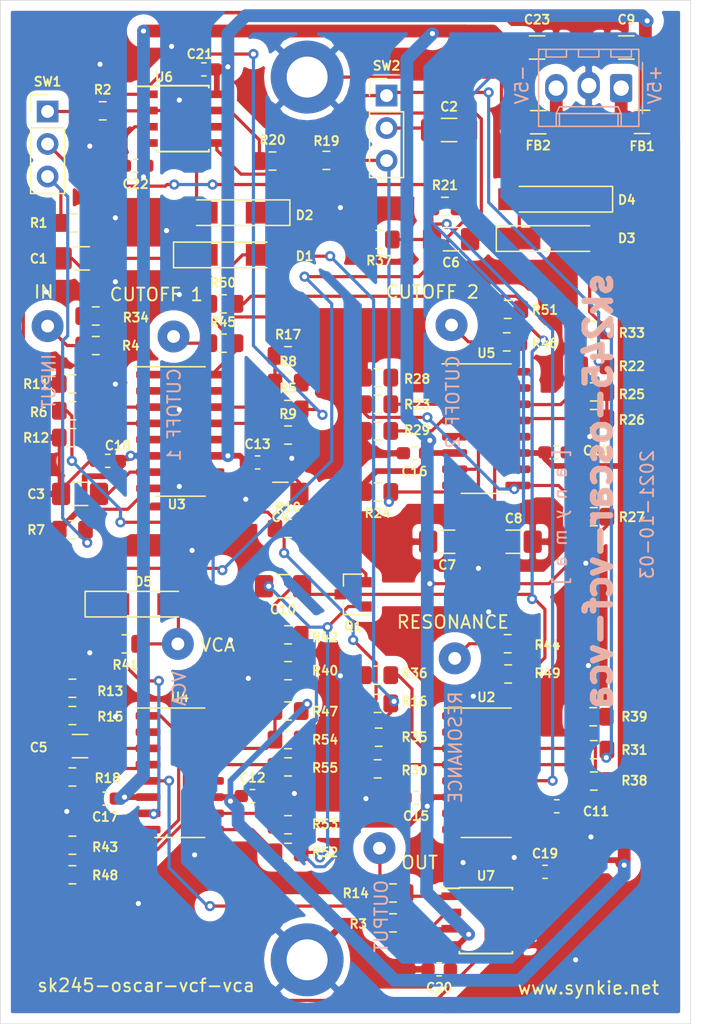
<source format=kicad_pcb>
(kicad_pcb (version 20171130) (host pcbnew "(5.1.5-0-10_14)")
  (layers (0 F.Cu signal) (31 B.Cu signal) (34 B.Paste user) (35 F.Paste user) (36 B.SilkS user) (37 F.SilkS user) (38 B.Mask user) (39 F.Mask user) (44 Edge.Cuts user))
  (net 0 "")
  (net 1 "Net-(C1-Pad2)")
  (net 2 "Net-(C1-Pad1)")
  (net 3 "Net-(C2-Pad2)")
  (net 4 "Net-(C2-Pad1)")
  (net 5 GND)
  (net 6 "Net-(C3-Pad1)")
  (net 7 "Net-(C4-Pad1)")
  (net 8 "Net-(C5-Pad2)")
  (net 9 "Net-(C5-Pad1)")
  (net 10 "Net-(C6-Pad2)")
  (net 11 "Net-(C6-Pad1)")
  (net 12 "Net-(C7-Pad1)")
  (net 13 "Net-(C8-Pad1)")
  (net 14 "Net-(C10-Pad2)")
  (net 15 "Net-(C10-Pad1)")
  (net 16 +5V)
  (net 17 -5V)
  (net 18 "Net-(D1-Pad2)")
  (net 19 "Net-(D3-Pad2)")
  (net 20 "Net-(D5-Pad2)")
  (net 21 "Net-(J2-Pad1)")
  (net 22 "Net-(J4-Pad1)")
  (net 23 "Net-(J5-Pad1)")
  (net 24 "Net-(J6-Pad1)")
  (net 25 "Net-(R1-Pad1)")
  (net 26 "Net-(R2-Pad1)")
  (net 27 "Net-(R3-Pad2)")
  (net 28 "Net-(R14-Pad2)")
  (net 29 "Net-(R17-Pad1)")
  (net 30 "Net-(R10-Pad1)")
  (net 31 "Net-(R11-Pad1)")
  (net 32 "Net-(R9-Pad1)")
  (net 33 "Net-(R12-Pad1)")
  (net 34 "Net-(R19-Pad1)")
  (net 35 "Net-(R20-Pad1)")
  (net 36 "Net-(R21-Pad2)")
  (net 37 "Net-(R22-Pad1)")
  (net 38 "Net-(R23-Pad2)")
  (net 39 "Net-(R23-Pad1)")
  (net 40 "Net-(R26-Pad1)")
  (net 41 "Net-(R29-Pad1)")
  (net 42 "Net-(R30-Pad2)")
  (net 43 "Net-(R31-Pad2)")
  (net 44 "Net-(R36-Pad1)")
  (net 45 "Net-(R38-Pad1)")
  (net 46 "Net-(R40-Pad2)")
  (net 47 "Net-(R43-Pad2)")
  (net 48 "Net-(R43-Pad1)")
  (net 49 "Net-(R44-Pad2)")
  (net 50 "Net-(R45-Pad2)")
  (net 51 "Net-(R46-Pad2)")
  (net 52 "Net-(R47-Pad1)")
  (net 53 "Net-(R52-Pad1)")
  (net 54 "Net-(R53-Pad1)")
  (net 55 "Net-(R55-Pad1)")
  (net 56 "Net-(J1-Pad1)")
  (net 57 "Net-(D5-Pad1)")
  (net 58 "Net-(FB1-Pad1)")
  (net 59 "Net-(FB2-Pad1)")
  (module MountingHole:MountingHole_3.2mm_M3_ISO7380_Pad (layer F.Cu) (at 82 99)
    (fp_text reference H2 hide)
    (fp_text value MountingHole_Pad)
    (pad 1 thru_hole circle (at 0 0) (size 5.7 5.7) (drill 3.2) (layers *.Cu *.Mask) (net 5 GND))
  )
  (module MountingHole:MountingHole_3.2mm_M3_ISO7380_Pad (layer F.Cu) (at 82 30)
    (fp_text reference H1 hide)
    (fp_text value MountingHole_Pad)
    (pad 1 thru_hole circle (at 0 0) (size 5.7 5.7) (drill 3.2) (layers *.Cu *.Mask) (net 5 GND))
  )
  (module synkie_footprints:Molex_KK-254_AE-6410-03A_1x03_P2.54mm_Vertical (layer B.Cu) (at 106.5654 30.8626 180)
    (fp_text reference J7 hide)
    (fp_text value Conn_01x03)
    (pad 3 thru_hole oval (at 5.08 0 180) (size 1.74 2.2) (drill 1.2) (layers *.Cu *.Mask) (net 59 "Net-(FB2-Pad1)"))
    (pad 2 thru_hole oval (at 2.54 0.2 180) (size 1.74 2.2) (drill 1.2) (layers *.Cu *.Mask) (net 5 GND))
    (pad 1 thru_hole roundrect (at 0 0 180) (size 1.74 2.2) (drill 1.2) (layers *.Cu *.Mask) (roundrect_rratio 0.143678) (net 58 "Net-(FB1-Pad1)"))
  )
  (module synkie_footprints:L_1206_3216Metric_Pad1.42x1.75mm_HandSolder (layer F.Cu) (at 100.0741 33.5296 180)
    (fp_text reference FB2 (at 0 -1.82) (layer F.SilkS) (effects (font (size 0.7 0.7))))
    (fp_text value Ferrite_Bead)
    (pad 2 smd roundrect (at 1.4875 0 180) (size 1.425 1.75) (layers F.Cu F.Paste F.Mask) (roundrect_rratio 0.175439) (net 17 -5V))
    (pad 1 smd roundrect (at -1.4875 0 180) (size 1.425 1.75) (layers F.Cu F.Paste F.Mask) (roundrect_rratio 0.175439) (net 59 "Net-(FB2-Pad1)"))
  )
  (module synkie_footprints:L_1206_3216Metric_Pad1.42x1.75mm_HandSolder (layer F.Cu) (at 108.2021 33.5042)
    (fp_text reference FB1 (at 0 1.8958) (layer F.SilkS) (effects (font (size 0.7 0.7))))
    (fp_text value Ferrite_Bead)
    (pad 2 smd roundrect (at 1.4875 0) (size 1.425 1.75) (layers F.Cu F.Paste F.Mask) (roundrect_rratio 0.175439) (net 16 +5V))
    (pad 1 smd roundrect (at -1.4875 0) (size 1.425 1.75) (layers F.Cu F.Paste F.Mask) (roundrect_rratio 0.175439) (net 58 "Net-(FB1-Pad1)"))
  )
  (module synkie_footprints:R_1206_3216Metric_Pad1.42x1.75mm_HandSolder (layer F.Cu) (at 99.9868 27.6876 180)
    (fp_text reference C23 (at 0 2.18) (layer F.SilkS) (effects (font (size 0.7 0.7))))
    (fp_text value 10u)
    (pad 2 smd roundrect (at 1.4875 0 180) (size 1.425 1.75) (layers F.Cu F.Paste F.Mask) (roundrect_rratio 0.175439) (net 17 -5V))
    (pad 1 smd roundrect (at -1.4875 0 180) (size 1.425 1.75) (layers F.Cu F.Paste F.Mask) (roundrect_rratio 0.175439) (net 5 GND))
  )
  (module synkie_footprints:R_0805_2012Metric_Pad1.15x1.40mm_HandSolder (layer F.Cu) (at 80.5084 76.4)
    (fp_text reference R40 (at 2.8916 0) (layer F.SilkS) (effects (font (size 0.7 0.7))))
    (fp_text value 1k)
    (pad 2 smd roundrect (at 1.025 0) (size 1.15 1.4) (layers F.Cu F.Paste F.Mask) (roundrect_rratio 0.217391) (net 46 "Net-(R40-Pad2)"))
    (pad 1 smd roundrect (at -1.025 0) (size 1.15 1.4) (layers F.Cu F.Paste F.Mask) (roundrect_rratio 0.217391) (net 5 GND))
  )
  (module synkie_footprints:SOT-23_BEC (layer F.Cu) (at 85.598 70.4342 180)
    (fp_text reference Q1 (at 0 -2.5) (layer F.SilkS) (effects (font (size 0.7 0.7))))
    (fp_text value Trans_NPN_Generic)
    (pad B smd rect (at -1 -0.95 180) (size 0.9 0.8) (layers F.Cu F.Paste F.Mask) (net 14 "Net-(C10-Pad2)"))
    (pad E smd rect (at -1 0.95 180) (size 0.9 0.8) (layers F.Cu F.Paste F.Mask) (net 17 -5V))
    (pad C smd rect (at 1 0 180) (size 0.9 0.8) (layers F.Cu F.Paste F.Mask) (net 15 "Net-(C10-Pad1)"))
  )
  (module synkie_footprints:Solderpad_1mm (layer F.Cu) (at 93.8022 49.6316)
    (fp_text reference J6 hide)
    (fp_text value CUTOFF-2)
    (pad 1 thru_hole circle (at -0.508 -0.254) (size 2.5 2.5) (drill 1) (layers *.Cu *.Mask) (net 24 "Net-(J6-Pad1)"))
  )
  (module synkie_footprints:SOIC-8_3.9x4.9mm_P1.27mm (layer F.Cu) (at 95.982 95.9358)
    (fp_text reference U7 (at 0 -3.5) (layer F.SilkS) (effects (font (size 0.7 0.7))))
    (fp_text value TL062)
    (pad 8 smd rect (at 2.7 -1.905) (size 1.55 0.6) (layers F.Cu F.Paste F.Mask) (net 16 +5V))
    (pad 7 smd rect (at 2.7 -0.635) (size 1.55 0.6) (layers F.Cu F.Paste F.Mask))
    (pad 6 smd rect (at 2.7 0.635) (size 1.55 0.6) (layers F.Cu F.Paste F.Mask) (net 5 GND))
    (pad 5 smd rect (at 2.7 1.905) (size 1.55 0.6) (layers F.Cu F.Paste F.Mask) (net 5 GND))
    (pad 4 smd rect (at -2.7 1.905) (size 1.55 0.6) (layers F.Cu F.Paste F.Mask) (net 17 -5V))
    (pad 3 smd rect (at -2.7 0.635) (size 1.55 0.6) (layers F.Cu F.Paste F.Mask) (net 5 GND))
    (pad 2 smd rect (at -2.7 -0.635) (size 1.55 0.6) (layers F.Cu F.Paste F.Mask) (net 27 "Net-(R3-Pad2)"))
    (pad 1 smd rect (at -2.7 -1.905) (size 1.55 0.6) (layers F.Cu F.Paste F.Mask) (net 28 "Net-(R14-Pad2)"))
  )
  (module synkie_footprints:SOIC-8_3.9x4.9mm_P1.27mm (layer F.Cu) (at 72.2376 33.2486)
    (fp_text reference U6 (at -1.4376 -3.2486) (layer F.SilkS) (effects (font (size 0.7 0.7))))
    (fp_text value TL062)
    (pad 8 smd rect (at 2.7 -1.905) (size 1.55 0.6) (layers F.Cu F.Paste F.Mask) (net 16 +5V))
    (pad 7 smd rect (at 2.7 -0.635) (size 1.55 0.6) (layers F.Cu F.Paste F.Mask) (net 35 "Net-(R20-Pad1)"))
    (pad 6 smd rect (at 2.7 0.635) (size 1.55 0.6) (layers F.Cu F.Paste F.Mask) (net 5 GND))
    (pad 5 smd rect (at 2.7 1.905) (size 1.55 0.6) (layers F.Cu F.Paste F.Mask) (net 11 "Net-(C6-Pad1)"))
    (pad 4 smd rect (at -2.7 1.905) (size 1.55 0.6) (layers F.Cu F.Paste F.Mask) (net 17 -5V))
    (pad 3 smd rect (at -2.7 0.635) (size 1.55 0.6) (layers F.Cu F.Paste F.Mask) (net 5 GND))
    (pad 2 smd rect (at -2.7 -0.635) (size 1.55 0.6) (layers F.Cu F.Paste F.Mask) (net 2 "Net-(C1-Pad1)"))
    (pad 1 smd rect (at -2.7 -1.905) (size 1.55 0.6) (layers F.Cu F.Paste F.Mask) (net 26 "Net-(R2-Pad1)"))
  )
  (module synkie_footprints:SOIC-16_3.9x9.9mm_P1.27mm (layer F.Cu) (at 96.012 57.4802)
    (fp_text reference U5 (at 0 -5.9) (layer F.SilkS) (effects (font (size 0.7 0.7))))
    (fp_text value LM13700)
    (pad 1 smd roundrect (at -2.475 -4.445) (size 1.95 0.6) (layers F.Cu F.Paste F.Mask) (net 51 "Net-(R46-Pad2)"))
    (pad 2 smd roundrect (at -2.475 -3.175) (size 1.95 0.6) (layers F.Cu F.Paste F.Mask))
    (pad 3 smd roundrect (at -2.475 -1.905) (size 1.95 0.6) (layers F.Cu F.Paste F.Mask) (net 39 "Net-(R23-Pad1)"))
    (pad 4 smd roundrect (at -2.475 -0.635) (size 1.95 0.6) (layers F.Cu F.Paste F.Mask) (net 41 "Net-(R29-Pad1)"))
    (pad 5 smd roundrect (at -2.475 0.635) (size 1.95 0.6) (layers F.Cu F.Paste F.Mask) (net 12 "Net-(C7-Pad1)"))
    (pad 6 smd roundrect (at -2.475 1.905) (size 1.95 0.6) (layers F.Cu F.Paste F.Mask) (net 17 -5V))
    (pad 7 smd roundrect (at -2.475 3.175) (size 1.95 0.6) (layers F.Cu F.Paste F.Mask) (net 12 "Net-(C7-Pad1)"))
    (pad 8 smd roundrect (at -2.475 4.445) (size 1.95 0.6) (layers F.Cu F.Paste F.Mask) (net 34 "Net-(R19-Pad1)"))
    (pad 9 smd roundrect (at 2.475 4.445) (size 1.95 0.6) (layers F.Cu F.Paste F.Mask) (net 38 "Net-(R23-Pad2)"))
    (pad 10 smd roundrect (at 2.475 3.175) (size 1.95 0.6) (layers F.Cu F.Paste F.Mask) (net 13 "Net-(C8-Pad1)"))
    (pad 11 smd roundrect (at 2.475 1.905) (size 1.95 0.6) (layers F.Cu F.Paste F.Mask) (net 16 +5V))
    (pad 12 smd roundrect (at 2.475 0.635) (size 1.95 0.6) (layers F.Cu F.Paste F.Mask) (net 13 "Net-(C8-Pad1)"))
    (pad 13 smd roundrect (at 2.475 -0.635) (size 1.95 0.6) (layers F.Cu F.Paste F.Mask) (net 40 "Net-(R26-Pad1)"))
    (pad 14 smd roundrect (at 2.475 -1.905) (size 1.95 0.6) (layers F.Cu F.Paste F.Mask) (net 37 "Net-(R22-Pad1)"))
    (pad 15 smd roundrect (at 2.475 -3.175) (size 1.95 0.6) (layers F.Cu F.Paste F.Mask))
    (pad 16 smd roundrect (at 2.475 -4.445) (size 1.95 0.6) (layers F.Cu F.Paste F.Mask) (net 51 "Net-(R46-Pad2)"))
  )
  (module synkie_footprints:SOIC-16_3.9x9.9mm_P1.27mm (layer F.Cu) (at 72.0344 84.3788)
    (fp_text reference U4 (at 0 -5.9) (layer F.SilkS) (effects (font (size 0.7 0.7))))
    (fp_text value LM13700)
    (pad 1 smd roundrect (at -2.475 -4.445) (size 1.95 0.6) (layers F.Cu F.Paste F.Mask) (net 47 "Net-(R43-Pad2)"))
    (pad 2 smd roundrect (at -2.475 -3.175) (size 1.95 0.6) (layers F.Cu F.Paste F.Mask))
    (pad 3 smd roundrect (at -2.475 -1.905) (size 1.95 0.6) (layers F.Cu F.Paste F.Mask) (net 8 "Net-(C5-Pad2)"))
    (pad 4 smd roundrect (at -2.475 -0.635) (size 1.95 0.6) (layers F.Cu F.Paste F.Mask) (net 9 "Net-(C5-Pad1)"))
    (pad 5 smd roundrect (at -2.475 0.635) (size 1.95 0.6) (layers F.Cu F.Paste F.Mask) (net 27 "Net-(R3-Pad2)"))
    (pad 6 smd roundrect (at -2.475 1.905) (size 1.95 0.6) (layers F.Cu F.Paste F.Mask) (net 17 -5V))
    (pad 7 smd roundrect (at -2.475 3.175) (size 1.95 0.6) (layers F.Cu F.Paste F.Mask) (net 57 "Net-(D5-Pad1)"))
    (pad 8 smd roundrect (at -2.475 4.445) (size 1.95 0.6) (layers F.Cu F.Paste F.Mask) (net 48 "Net-(R43-Pad1)"))
    (pad 9 smd roundrect (at 2.475 4.445) (size 1.95 0.6) (layers F.Cu F.Paste F.Mask) (net 53 "Net-(R52-Pad1)"))
    (pad 10 smd roundrect (at 2.475 3.175) (size 1.95 0.6) (layers F.Cu F.Paste F.Mask) (net 54 "Net-(R53-Pad1)"))
    (pad 11 smd roundrect (at 2.475 1.905) (size 1.95 0.6) (layers F.Cu F.Paste F.Mask) (net 16 +5V))
    (pad 12 smd roundrect (at 2.475 0.635) (size 1.95 0.6) (layers F.Cu F.Paste F.Mask) (net 54 "Net-(R53-Pad1)"))
    (pad 13 smd roundrect (at 2.475 -0.635) (size 1.95 0.6) (layers F.Cu F.Paste F.Mask) (net 55 "Net-(R55-Pad1)"))
    (pad 14 smd roundrect (at 2.475 -1.905) (size 1.95 0.6) (layers F.Cu F.Paste F.Mask) (net 52 "Net-(R47-Pad1)"))
    (pad 15 smd roundrect (at 2.475 -3.175) (size 1.95 0.6) (layers F.Cu F.Paste F.Mask))
    (pad 16 smd roundrect (at 2.475 -4.445) (size 1.95 0.6) (layers F.Cu F.Paste F.Mask) (net 46 "Net-(R40-Pad2)"))
  )
  (module synkie_footprints:SOIC-16_3.9x9.9mm_P1.27mm (layer F.Cu) (at 72.073 57.7038)
    (fp_text reference U3 (at -0.273 5.6962) (layer F.SilkS) (effects (font (size 0.7 0.7))))
    (fp_text value LM13700)
    (pad 1 smd roundrect (at -2.475 -4.445) (size 1.95 0.6) (layers F.Cu F.Paste F.Mask) (net 50 "Net-(R45-Pad2)"))
    (pad 2 smd roundrect (at -2.475 -3.175) (size 1.95 0.6) (layers F.Cu F.Paste F.Mask))
    (pad 3 smd roundrect (at -2.475 -1.905) (size 1.95 0.6) (layers F.Cu F.Paste F.Mask) (net 31 "Net-(R11-Pad1)"))
    (pad 4 smd roundrect (at -2.475 -0.635) (size 1.95 0.6) (layers F.Cu F.Paste F.Mask) (net 33 "Net-(R12-Pad1)"))
    (pad 5 smd roundrect (at -2.475 0.635) (size 1.95 0.6) (layers F.Cu F.Paste F.Mask) (net 6 "Net-(C3-Pad1)"))
    (pad 6 smd roundrect (at -2.475 1.905) (size 1.95 0.6) (layers F.Cu F.Paste F.Mask) (net 17 -5V))
    (pad 7 smd roundrect (at -2.475 3.175) (size 1.95 0.6) (layers F.Cu F.Paste F.Mask) (net 6 "Net-(C3-Pad1)"))
    (pad 8 smd roundrect (at -2.475 4.445) (size 1.95 0.6) (layers F.Cu F.Paste F.Mask) (net 25 "Net-(R1-Pad1)"))
    (pad 9 smd roundrect (at 2.475 4.445) (size 1.95 0.6) (layers F.Cu F.Paste F.Mask) (net 30 "Net-(R10-Pad1)"))
    (pad 10 smd roundrect (at 2.475 3.175) (size 1.95 0.6) (layers F.Cu F.Paste F.Mask) (net 7 "Net-(C4-Pad1)"))
    (pad 11 smd roundrect (at 2.475 1.905) (size 1.95 0.6) (layers F.Cu F.Paste F.Mask) (net 16 +5V))
    (pad 12 smd roundrect (at 2.475 0.635) (size 1.95 0.6) (layers F.Cu F.Paste F.Mask) (net 7 "Net-(C4-Pad1)"))
    (pad 13 smd roundrect (at 2.475 -0.635) (size 1.95 0.6) (layers F.Cu F.Paste F.Mask) (net 32 "Net-(R9-Pad1)"))
    (pad 14 smd roundrect (at 2.475 -1.905) (size 1.95 0.6) (layers F.Cu F.Paste F.Mask) (net 29 "Net-(R17-Pad1)"))
    (pad 15 smd roundrect (at 2.475 -3.175) (size 1.95 0.6) (layers F.Cu F.Paste F.Mask))
    (pad 16 smd roundrect (at 2.475 -4.445) (size 1.95 0.6) (layers F.Cu F.Paste F.Mask) (net 50 "Net-(R45-Pad2)"))
  )
  (module synkie_footprints:SOIC-16_3.9x9.9mm_P1.27mm (layer F.Cu) (at 96.012 84.3788)
    (fp_text reference U2 (at 0 -5.9) (layer F.SilkS) (effects (font (size 0.7 0.7))))
    (fp_text value LM13700)
    (pad 1 smd roundrect (at -2.475 -4.445) (size 1.95 0.6) (layers F.Cu F.Paste F.Mask) (net 49 "Net-(R44-Pad2)"))
    (pad 2 smd roundrect (at -2.475 -3.175) (size 1.95 0.6) (layers F.Cu F.Paste F.Mask))
    (pad 3 smd roundrect (at -2.475 -1.905) (size 1.95 0.6) (layers F.Cu F.Paste F.Mask) (net 44 "Net-(R36-Pad1)"))
    (pad 4 smd roundrect (at -2.475 -0.635) (size 1.95 0.6) (layers F.Cu F.Paste F.Mask) (net 42 "Net-(R30-Pad2)"))
    (pad 5 smd roundrect (at -2.475 0.635) (size 1.95 0.6) (layers F.Cu F.Paste F.Mask) (net 1 "Net-(C1-Pad2)"))
    (pad 6 smd roundrect (at -2.475 1.905) (size 1.95 0.6) (layers F.Cu F.Paste F.Mask) (net 17 -5V))
    (pad 7 smd roundrect (at -2.475 3.175) (size 1.95 0.6) (layers F.Cu F.Paste F.Mask))
    (pad 8 smd roundrect (at -2.475 4.445) (size 1.95 0.6) (layers F.Cu F.Paste F.Mask))
    (pad 9 smd roundrect (at 2.475 4.445) (size 1.95 0.6) (layers F.Cu F.Paste F.Mask))
    (pad 10 smd roundrect (at 2.475 3.175) (size 1.95 0.6) (layers F.Cu F.Paste F.Mask))
    (pad 11 smd roundrect (at 2.475 1.905) (size 1.95 0.6) (layers F.Cu F.Paste F.Mask) (net 16 +5V))
    (pad 12 smd roundrect (at 2.475 0.635) (size 1.95 0.6) (layers F.Cu F.Paste F.Mask) (net 10 "Net-(C6-Pad2)"))
    (pad 13 smd roundrect (at 2.475 -0.635) (size 1.95 0.6) (layers F.Cu F.Paste F.Mask) (net 45 "Net-(R38-Pad1)"))
    (pad 14 smd roundrect (at 2.475 -1.905) (size 1.95 0.6) (layers F.Cu F.Paste F.Mask) (net 43 "Net-(R31-Pad2)"))
    (pad 15 smd roundrect (at 2.475 -3.175) (size 1.95 0.6) (layers F.Cu F.Paste F.Mask))
    (pad 16 smd roundrect (at 2.475 -4.445) (size 1.95 0.6) (layers F.Cu F.Paste F.Mask) (net 49 "Net-(R44-Pad2)"))
  )
  (module synkie_footprints:PinHeader_1x03_P2.54mm_Vertical (layer F.Cu) (at 88.2142 31.4452)
    (fp_text reference SW2 (at 0 -2.33) (layer F.SilkS) (effects (font (size 0.7 0.7))))
    (fp_text value HPF-LPF)
    (pad 3 thru_hole oval (at 0 5.08) (size 1.7 1.7) (drill 1) (layers *.Cu *.Mask) (net 34 "Net-(R19-Pad1)"))
    (pad 2 thru_hole oval (at 0 2.54) (size 1.7 1.7) (drill 1) (layers *.Cu *.Mask) (net 4 "Net-(C2-Pad1)"))
    (pad 1 thru_hole rect (at 0 0) (size 1.7 1.7) (drill 1) (layers *.Cu *.Mask) (net 35 "Net-(R20-Pad1)"))
  )
  (module synkie_footprints:PinHeader_1x03_P2.54mm_Vertical (layer F.Cu) (at 61.6966 32.6898)
    (fp_text reference SW1 (at 0 -2.33) (layer F.SilkS) (effects (font (size 0.7 0.7))))
    (fp_text value HPF-LPF)
    (pad 3 thru_hole oval (at 0 5.08) (size 1.7 1.7) (drill 1) (layers *.Cu *.Mask) (net 25 "Net-(R1-Pad1)"))
    (pad 2 thru_hole oval (at 0 2.54) (size 1.7 1.7) (drill 1) (layers *.Cu *.Mask) (net 36 "Net-(R21-Pad2)"))
    (pad 1 thru_hole rect (at 0 0) (size 1.7 1.7) (drill 1) (layers *.Cu *.Mask) (net 26 "Net-(R2-Pad1)"))
  )
  (module synkie_footprints:R_0805_2012Metric_Pad1.15x1.40mm_HandSolder (layer F.Cu) (at 80.5084 83.9216)
    (fp_text reference R55 (at 2.8916 0.0784) (layer F.SilkS) (effects (font (size 0.7 0.7))))
    (fp_text value 330)
    (pad 2 smd roundrect (at 1.025 0) (size 1.15 1.4) (layers F.Cu F.Paste F.Mask) (roundrect_rratio 0.217391) (net 5 GND))
    (pad 1 smd roundrect (at -1.025 0) (size 1.15 1.4) (layers F.Cu F.Paste F.Mask) (roundrect_rratio 0.217391) (net 55 "Net-(R55-Pad1)"))
  )
  (module synkie_footprints:R_0805_2012Metric_Pad1.15x1.40mm_HandSolder (layer F.Cu) (at 80.5084 81.788)
    (fp_text reference R54 (at 2.8916 0.012) (layer F.SilkS) (effects (font (size 0.7 0.7))))
    (fp_text value 330)
    (pad 2 smd roundrect (at 1.025 0) (size 1.15 1.4) (layers F.Cu F.Paste F.Mask) (roundrect_rratio 0.217391) (net 5 GND))
    (pad 1 smd roundrect (at -1.025 0) (size 1.15 1.4) (layers F.Cu F.Paste F.Mask) (roundrect_rratio 0.217391) (net 52 "Net-(R47-Pad1)"))
  )
  (module synkie_footprints:R_0805_2012Metric_Pad1.15x1.40mm_HandSolder (layer F.Cu) (at 80.5084 88.4428)
    (fp_text reference R53 (at 2.8916 -0.0428) (layer F.SilkS) (effects (font (size 0.7 0.7))))
    (fp_text value 68k)
    (pad 2 smd roundrect (at 1.025 0) (size 1.15 1.4) (layers F.Cu F.Paste F.Mask) (roundrect_rratio 0.217391) (net 17 -5V))
    (pad 1 smd roundrect (at -1.025 0) (size 1.15 1.4) (layers F.Cu F.Paste F.Mask) (roundrect_rratio 0.217391) (net 54 "Net-(R53-Pad1)"))
  )
  (module synkie_footprints:R_0805_2012Metric_Pad1.15x1.40mm_HandSolder (layer F.Cu) (at 80.5084 90.6018)
    (fp_text reference R52 (at 2.8916 -0.0018) (layer F.SilkS) (effects (font (size 0.7 0.7))))
    (fp_text value 1k)
    (pad 2 smd roundrect (at 1.025 0) (size 1.15 1.4) (layers F.Cu F.Paste F.Mask) (roundrect_rratio 0.217391) (net 14 "Net-(C10-Pad2)"))
    (pad 1 smd roundrect (at -1.025 0) (size 1.15 1.4) (layers F.Cu F.Paste F.Mask) (roundrect_rratio 0.217391) (net 53 "Net-(R52-Pad1)"))
  )
  (module synkie_footprints:R_0805_2012Metric_Pad1.15x1.40mm_HandSolder (layer F.Cu) (at 97.6884 48.1584)
    (fp_text reference R51 (at 2.9116 0.0416) (layer F.SilkS) (effects (font (size 0.7 0.7))))
    (fp_text value 100)
    (pad 2 smd roundrect (at 1.025 0) (size 1.15 1.4) (layers F.Cu F.Paste F.Mask) (roundrect_rratio 0.217391) (net 15 "Net-(C10-Pad1)"))
    (pad 1 smd roundrect (at -1.025 0) (size 1.15 1.4) (layers F.Cu F.Paste F.Mask) (roundrect_rratio 0.217391) (net 51 "Net-(R46-Pad2)"))
  )
  (module synkie_footprints:R_0805_2012Metric_Pad1.15x1.40mm_HandSolder (layer F.Cu) (at 75.4126 47.7266)
    (fp_text reference R50 (at 0 -1.65) (layer F.SilkS) (effects (font (size 0.7 0.7))))
    (fp_text value 100)
    (pad 2 smd roundrect (at 1.025 0) (size 1.15 1.4) (layers F.Cu F.Paste F.Mask) (roundrect_rratio 0.217391) (net 15 "Net-(C10-Pad1)"))
    (pad 1 smd roundrect (at -1.025 0) (size 1.15 1.4) (layers F.Cu F.Paste F.Mask) (roundrect_rratio 0.217391) (net 50 "Net-(R45-Pad2)"))
  )
  (module synkie_footprints:R_0805_2012Metric_Pad1.15x1.40mm_HandSolder (layer F.Cu) (at 97.7228 76.6572)
    (fp_text reference R49 (at 3.0772 -0.0572) (layer F.SilkS) (effects (font (size 0.7 0.7))))
    (fp_text value 100)
    (pad 2 smd roundrect (at 1.025 0) (size 1.15 1.4) (layers F.Cu F.Paste F.Mask) (roundrect_rratio 0.217391) (net 15 "Net-(C10-Pad1)"))
    (pad 1 smd roundrect (at -1.025 0) (size 1.15 1.4) (layers F.Cu F.Paste F.Mask) (roundrect_rratio 0.217391) (net 49 "Net-(R44-Pad2)"))
  )
  (module synkie_footprints:R_0805_2012Metric_Pad1.15x1.40mm_HandSolder (layer F.Cu) (at 63.6366 92.3544)
    (fp_text reference R48 (at 2.5634 0.0456) (layer F.SilkS) (effects (font (size 0.7 0.7))))
    (fp_text value 150)
    (pad 2 smd roundrect (at 1.025 0) (size 1.15 1.4) (layers F.Cu F.Paste F.Mask) (roundrect_rratio 0.217391) (net 15 "Net-(C10-Pad1)"))
    (pad 1 smd roundrect (at -1.025 0) (size 1.15 1.4) (layers F.Cu F.Paste F.Mask) (roundrect_rratio 0.217391) (net 47 "Net-(R43-Pad2)"))
  )
  (module synkie_footprints:R_0805_2012Metric_Pad1.15x1.40mm_HandSolder (layer F.Cu) (at 80.5084 79.5528)
    (fp_text reference R47 (at 2.8916 0.0472) (layer F.SilkS) (effects (font (size 0.7 0.7))))
    (fp_text value 33k)
    (pad 2 smd roundrect (at 1.025 0) (size 1.15 1.4) (layers F.Cu F.Paste F.Mask) (roundrect_rratio 0.217391) (net 16 +5V))
    (pad 1 smd roundrect (at -1.025 0) (size 1.15 1.4) (layers F.Cu F.Paste F.Mask) (roundrect_rratio 0.217391) (net 52 "Net-(R47-Pad1)"))
  )
  (module synkie_footprints:R_0805_2012Metric_Pad1.15x1.40mm_HandSolder (layer F.Cu) (at 97.6122 50.6984)
    (fp_text reference R46 (at 2.9878 0.1016) (layer F.SilkS) (effects (font (size 0.7 0.7))))
    (fp_text value 1k)
    (pad 2 smd roundrect (at 1.025 0) (size 1.15 1.4) (layers F.Cu F.Paste F.Mask) (roundrect_rratio 0.217391) (net 51 "Net-(R46-Pad2)"))
    (pad 1 smd roundrect (at -1.025 0) (size 1.15 1.4) (layers F.Cu F.Paste F.Mask) (roundrect_rratio 0.217391) (net 24 "Net-(J6-Pad1)"))
  )
  (module synkie_footprints:R_0805_2012Metric_Pad1.15x1.40mm_HandSolder (layer F.Cu) (at 75.4126 50.8)
    (fp_text reference R45 (at 0 -1.65) (layer F.SilkS) (effects (font (size 0.7 0.7))))
    (fp_text value 1k)
    (pad 2 smd roundrect (at 1.025 0) (size 1.15 1.4) (layers F.Cu F.Paste F.Mask) (roundrect_rratio 0.217391) (net 50 "Net-(R45-Pad2)"))
    (pad 1 smd roundrect (at -1.025 0) (size 1.15 1.4) (layers F.Cu F.Paste F.Mask) (roundrect_rratio 0.217391) (net 23 "Net-(J5-Pad1)"))
  )
  (module synkie_footprints:R_0805_2012Metric_Pad1.15x1.40mm_HandSolder (layer F.Cu) (at 97.6884 74.295)
    (fp_text reference R44 (at 3.1116 0.105) (layer F.SilkS) (effects (font (size 0.7 0.7))))
    (fp_text value 1k)
    (pad 2 smd roundrect (at 1.025 0) (size 1.15 1.4) (layers F.Cu F.Paste F.Mask) (roundrect_rratio 0.217391) (net 49 "Net-(R44-Pad2)"))
    (pad 1 smd roundrect (at -1.025 0) (size 1.15 1.4) (layers F.Cu F.Paste F.Mask) (roundrect_rratio 0.217391) (net 22 "Net-(J4-Pad1)"))
  )
  (module synkie_footprints:R_0805_2012Metric_Pad1.15x1.40mm_HandSolder (layer F.Cu) (at 63.6366 90.043 180)
    (fp_text reference R43 (at -2.5634 -0.157) (layer F.SilkS) (effects (font (size 0.7 0.7))))
    (fp_text value 1k)
    (pad 2 smd roundrect (at 1.025 0 180) (size 1.15 1.4) (layers F.Cu F.Paste F.Mask) (roundrect_rratio 0.217391) (net 47 "Net-(R43-Pad2)"))
    (pad 1 smd roundrect (at -1.025 0 180) (size 1.15 1.4) (layers F.Cu F.Paste F.Mask) (roundrect_rratio 0.217391) (net 48 "Net-(R43-Pad1)"))
  )
  (module synkie_footprints:R_0805_2012Metric_Pad1.15x1.40mm_HandSolder (layer F.Cu) (at 80.5084 73.6 180)
    (fp_text reference R42 (at -2.8916 -0.2) (layer F.SilkS) (effects (font (size 0.7 0.7))))
    (fp_text value 100)
    (pad 2 smd roundrect (at 1.025 0 180) (size 1.15 1.4) (layers F.Cu F.Paste F.Mask) (roundrect_rratio 0.217391) (net 15 "Net-(C10-Pad1)"))
    (pad 1 smd roundrect (at -1.025 0 180) (size 1.15 1.4) (layers F.Cu F.Paste F.Mask) (roundrect_rratio 0.217391) (net 46 "Net-(R40-Pad2)"))
  )
  (module synkie_footprints:R_0805_2012Metric_Pad1.15x1.40mm_HandSolder (layer F.Cu) (at 67.7926 74.306601 180)
    (fp_text reference R41 (at 0 -1.65) (layer F.SilkS) (effects (font (size 0.7 0.7))))
    (fp_text value 1k)
    (pad 2 smd roundrect (at 1.025 0 180) (size 1.15 1.4) (layers F.Cu F.Paste F.Mask) (roundrect_rratio 0.217391) (net 57 "Net-(D5-Pad1)"))
    (pad 1 smd roundrect (at -1.025 0 180) (size 1.15 1.4) (layers F.Cu F.Paste F.Mask) (roundrect_rratio 0.217391) (net 20 "Net-(D5-Pad2)"))
  )
  (module synkie_footprints:R_0805_2012Metric_Pad1.15x1.40mm_HandSolder (layer F.Cu) (at 104.375 80)
    (fp_text reference R39 (at 3.225 0) (layer F.SilkS) (effects (font (size 0.7 0.7))))
    (fp_text value 330)
    (pad 2 smd roundrect (at 1.025 0) (size 1.15 1.4) (layers F.Cu F.Paste F.Mask) (roundrect_rratio 0.217391) (net 5 GND))
    (pad 1 smd roundrect (at -1.025 0) (size 1.15 1.4) (layers F.Cu F.Paste F.Mask) (roundrect_rratio 0.217391) (net 43 "Net-(R31-Pad2)"))
  )
  (module synkie_footprints:R_0805_2012Metric_Pad1.15x1.40mm_HandSolder (layer F.Cu) (at 104.423 85.0282)
    (fp_text reference R38 (at 3.177 -0.0282) (layer F.SilkS) (effects (font (size 0.7 0.7))))
    (fp_text value 330)
    (pad 2 smd roundrect (at 1.025 0) (size 1.15 1.4) (layers F.Cu F.Paste F.Mask) (roundrect_rratio 0.217391) (net 5 GND))
    (pad 1 smd roundrect (at -1.025 0) (size 1.15 1.4) (layers F.Cu F.Paste F.Mask) (roundrect_rratio 0.217391) (net 45 "Net-(R38-Pad1)"))
  )
  (module synkie_footprints:R_0805_2012Metric_Pad1.15x1.40mm_HandSolder (layer F.Cu) (at 87.645401 42.6974 180)
    (fp_text reference R37 (at 0 -1.65) (layer F.SilkS) (effects (font (size 0.7 0.7))))
    (fp_text value 100k)
    (pad 2 smd roundrect (at 1.025 0 180) (size 1.15 1.4) (layers F.Cu F.Paste F.Mask) (roundrect_rratio 0.217391) (net 5 GND))
    (pad 1 smd roundrect (at -1.025 0 180) (size 1.15 1.4) (layers F.Cu F.Paste F.Mask) (roundrect_rratio 0.217391) (net 10 "Net-(C6-Pad2)"))
  )
  (module synkie_footprints:R_0805_2012Metric_Pad1.15x1.40mm_HandSolder (layer F.Cu) (at 87.518401 76.7496 180)
    (fp_text reference R36 (at -2.881599 0.1496) (layer F.SilkS) (effects (font (size 0.7 0.7))))
    (fp_text value 330)
    (pad 2 smd roundrect (at 1.025 0 180) (size 1.15 1.4) (layers F.Cu F.Paste F.Mask) (roundrect_rratio 0.217391) (net 5 GND))
    (pad 1 smd roundrect (at -1.025 0 180) (size 1.15 1.4) (layers F.Cu F.Paste F.Mask) (roundrect_rratio 0.217391) (net 44 "Net-(R36-Pad1)"))
  )
  (module synkie_footprints:R_0805_2012Metric_Pad1.15x1.40mm_HandSolder (layer F.Cu) (at 87.6 81.6 180)
    (fp_text reference R35 (at -2.8 0) (layer F.SilkS) (effects (font (size 0.7 0.7))))
    (fp_text value 330)
    (pad 2 smd roundrect (at 1.025 0 180) (size 1.15 1.4) (layers F.Cu F.Paste F.Mask) (roundrect_rratio 0.217391) (net 5 GND))
    (pad 1 smd roundrect (at -1.025 0 180) (size 1.15 1.4) (layers F.Cu F.Paste F.Mask) (roundrect_rratio 0.217391) (net 42 "Net-(R30-Pad2)"))
  )
  (module synkie_footprints:R_0805_2012Metric_Pad1.15x1.40mm_HandSolder (layer F.Cu) (at 65.4672 48.6754 180)
    (fp_text reference R34 (at -3.1328 -0.1246) (layer F.SilkS) (effects (font (size 0.7 0.7))))
    (fp_text value 10k)
    (pad 2 smd roundrect (at 1.025 0 180) (size 1.15 1.4) (layers F.Cu F.Paste F.Mask) (roundrect_rratio 0.217391) (net 5 GND))
    (pad 1 smd roundrect (at -1.025 0 180) (size 1.15 1.4) (layers F.Cu F.Paste F.Mask) (roundrect_rratio 0.217391) (net 1 "Net-(C1-Pad2)"))
  )
  (module synkie_footprints:R_0805_2012Metric_Pad1.15x1.40mm_HandSolder (layer F.Cu) (at 104.375 49.8)
    (fp_text reference R33 (at 3.025 0.2) (layer F.SilkS) (effects (font (size 0.7 0.7))))
    (fp_text value 270k)
    (pad 2 smd roundrect (at 1.025 0) (size 1.15 1.4) (layers F.Cu F.Paste F.Mask) (roundrect_rratio 0.217391) (net 19 "Net-(D3-Pad2)"))
    (pad 1 smd roundrect (at -1.025 0) (size 1.15 1.4) (layers F.Cu F.Paste F.Mask) (roundrect_rratio 0.217391) (net 37 "Net-(R22-Pad1)"))
  )
  (module synkie_footprints:R_0805_2012Metric_Pad1.15x1.40mm_HandSolder (layer F.Cu) (at 104.423 82.5754 180)
    (fp_text reference R31 (at -3.177 -0.0246) (layer F.SilkS) (effects (font (size 0.7 0.7))))
    (fp_text value 22k)
    (pad 2 smd roundrect (at 1.025 0 180) (size 1.15 1.4) (layers F.Cu F.Paste F.Mask) (roundrect_rratio 0.217391) (net 43 "Net-(R31-Pad2)"))
    (pad 1 smd roundrect (at -1.025 0 180) (size 1.15 1.4) (layers F.Cu F.Paste F.Mask) (roundrect_rratio 0.217391) (net 19 "Net-(D3-Pad2)"))
  )
  (module synkie_footprints:R_0805_2012Metric_Pad1.15x1.40mm_HandSolder (layer F.Cu) (at 87.518401 84.074)
    (fp_text reference R30 (at 2.881599 0.126) (layer F.SilkS) (effects (font (size 0.7 0.7))))
    (fp_text value 22k)
    (pad 2 smd roundrect (at 1.025 0) (size 1.15 1.4) (layers F.Cu F.Paste F.Mask) (roundrect_rratio 0.217391) (net 42 "Net-(R30-Pad2)"))
    (pad 1 smd roundrect (at -1.025 0) (size 1.15 1.4) (layers F.Cu F.Paste F.Mask) (roundrect_rratio 0.217391) (net 18 "Net-(D1-Pad2)"))
  )
  (module synkie_footprints:R_0805_2012Metric_Pad1.15x1.40mm_HandSolder (layer F.Cu) (at 87.518401 57.658 180)
    (fp_text reference R29 (at -3.081599 0.058) (layer F.SilkS) (effects (font (size 0.7 0.7))))
    (fp_text value 330)
    (pad 2 smd roundrect (at 1.025 0 180) (size 1.15 1.4) (layers F.Cu F.Paste F.Mask) (roundrect_rratio 0.217391) (net 5 GND))
    (pad 1 smd roundrect (at -1.025 0 180) (size 1.15 1.4) (layers F.Cu F.Paste F.Mask) (roundrect_rratio 0.217391) (net 41 "Net-(R29-Pad1)"))
  )
  (module synkie_footprints:R_0805_2012Metric_Pad1.15x1.40mm_HandSolder (layer F.Cu) (at 87.518401 53.4924 180)
    (fp_text reference R28 (at -3.081599 -0.1076) (layer F.SilkS) (effects (font (size 0.7 0.7))))
    (fp_text value 330)
    (pad 2 smd roundrect (at 1.025 0 180) (size 1.15 1.4) (layers F.Cu F.Paste F.Mask) (roundrect_rratio 0.217391) (net 5 GND))
    (pad 1 smd roundrect (at -1.025 0 180) (size 1.15 1.4) (layers F.Cu F.Paste F.Mask) (roundrect_rratio 0.217391) (net 39 "Net-(R23-Pad1)"))
  )
  (module synkie_footprints:R_0805_2012Metric_Pad1.15x1.40mm_HandSolder (layer F.Cu) (at 104.423 64.3636)
    (fp_text reference R27 (at 2.977 0.0364) (layer F.SilkS) (effects (font (size 0.7 0.7))))
    (fp_text value 3k3)
    (pad 2 smd roundrect (at 1.025 0) (size 1.15 1.4) (layers F.Cu F.Paste F.Mask) (roundrect_rratio 0.217391) (net 17 -5V))
    (pad 1 smd roundrect (at -1.025 0) (size 1.15 1.4) (layers F.Cu F.Paste F.Mask) (roundrect_rratio 0.217391) (net 38 "Net-(R23-Pad2)"))
  )
  (module synkie_footprints:R_0805_2012Metric_Pad1.15x1.40mm_HandSolder (layer F.Cu) (at 104.423 56.6928)
    (fp_text reference R26 (at 2.977 0.1072) (layer F.SilkS) (effects (font (size 0.7 0.7))))
    (fp_text value 330)
    (pad 2 smd roundrect (at 1.025 0) (size 1.15 1.4) (layers F.Cu F.Paste F.Mask) (roundrect_rratio 0.217391) (net 5 GND))
    (pad 1 smd roundrect (at -1.025 0) (size 1.15 1.4) (layers F.Cu F.Paste F.Mask) (roundrect_rratio 0.217391) (net 40 "Net-(R26-Pad1)"))
  )
  (module synkie_footprints:R_0805_2012Metric_Pad1.15x1.40mm_HandSolder (layer F.Cu) (at 104.423 54.61)
    (fp_text reference R25 (at 2.977 0.19) (layer F.SilkS) (effects (font (size 0.7 0.7))))
    (fp_text value 330)
    (pad 2 smd roundrect (at 1.025 0) (size 1.15 1.4) (layers F.Cu F.Paste F.Mask) (roundrect_rratio 0.217391) (net 5 GND))
    (pad 1 smd roundrect (at -1.025 0) (size 1.15 1.4) (layers F.Cu F.Paste F.Mask) (roundrect_rratio 0.217391) (net 37 "Net-(R22-Pad1)"))
  )
  (module synkie_footprints:R_0805_2012Metric_Pad1.15x1.40mm_HandSolder (layer F.Cu) (at 87.518401 62.4332 180)
    (fp_text reference R24 (at 0 -1.65) (layer F.SilkS) (effects (font (size 0.7 0.7))))
    (fp_text value 3k3)
    (pad 2 smd roundrect (at 1.025 0 180) (size 1.15 1.4) (layers F.Cu F.Paste F.Mask) (roundrect_rratio 0.217391) (net 17 -5V))
    (pad 1 smd roundrect (at -1.025 0 180) (size 1.15 1.4) (layers F.Cu F.Paste F.Mask) (roundrect_rratio 0.217391) (net 34 "Net-(R19-Pad1)"))
  )
  (module synkie_footprints:R_0805_2012Metric_Pad1.15x1.40mm_HandSolder (layer F.Cu) (at 87.518401 55.5752 180)
    (fp_text reference R23 (at -3.081599 -0.0248) (layer F.SilkS) (effects (font (size 0.7 0.7))))
    (fp_text value 33k)
    (pad 2 smd roundrect (at 1.025 0 180) (size 1.15 1.4) (layers F.Cu F.Paste F.Mask) (roundrect_rratio 0.217391) (net 38 "Net-(R23-Pad2)"))
    (pad 1 smd roundrect (at -1.025 0 180) (size 1.15 1.4) (layers F.Cu F.Paste F.Mask) (roundrect_rratio 0.217391) (net 39 "Net-(R23-Pad1)"))
  )
  (module synkie_footprints:R_0805_2012Metric_Pad1.15x1.40mm_HandSolder (layer F.Cu) (at 104.423 52.5272)
    (fp_text reference R22 (at 2.977 0.0728) (layer F.SilkS) (effects (font (size 0.7 0.7))))
    (fp_text value 33k)
    (pad 2 smd roundrect (at 1.025 0) (size 1.15 1.4) (layers F.Cu F.Paste F.Mask) (roundrect_rratio 0.217391) (net 35 "Net-(R20-Pad1)"))
    (pad 1 smd roundrect (at -1.025 0) (size 1.15 1.4) (layers F.Cu F.Paste F.Mask) (roundrect_rratio 0.217391) (net 37 "Net-(R22-Pad1)"))
  )
  (module synkie_footprints:R_0805_2012Metric_Pad1.15x1.40mm_HandSolder (layer F.Cu) (at 92.7772 40.1066)
    (fp_text reference R21 (at 0 -1.65) (layer F.SilkS) (effects (font (size 0.7 0.7))))
    (fp_text value 33k)
    (pad 2 smd roundrect (at 1.025 0) (size 1.15 1.4) (layers F.Cu F.Paste F.Mask) (roundrect_rratio 0.217391) (net 36 "Net-(R21-Pad2)"))
    (pad 1 smd roundrect (at -1.025 0) (size 1.15 1.4) (layers F.Cu F.Paste F.Mask) (roundrect_rratio 0.217391) (net 10 "Net-(C6-Pad2)"))
  )
  (module synkie_footprints:R_0805_2012Metric_Pad1.15x1.40mm_HandSolder (layer F.Cu) (at 79.2924 36.5628)
    (fp_text reference R20 (at 0 -1.65) (layer F.SilkS) (effects (font (size 0.7 0.7))))
    (fp_text value 33k)
    (pad 2 smd roundrect (at 1.025 0) (size 1.15 1.4) (layers F.Cu F.Paste F.Mask) (roundrect_rratio 0.217391) (net 11 "Net-(C6-Pad1)"))
    (pad 1 smd roundrect (at -1.025 0) (size 1.15 1.4) (layers F.Cu F.Paste F.Mask) (roundrect_rratio 0.217391) (net 35 "Net-(R20-Pad1)"))
  )
  (module synkie_footprints:R_0805_2012Metric_Pad1.15x1.40mm_HandSolder (layer F.Cu) (at 83.5088 36.512 180)
    (fp_text reference R19 (at 0 1.512) (layer F.SilkS) (effects (font (size 0.7 0.7))))
    (fp_text value 33k)
    (pad 2 smd roundrect (at 1.025 0 180) (size 1.15 1.4) (layers F.Cu F.Paste F.Mask) (roundrect_rratio 0.217391) (net 11 "Net-(C6-Pad1)"))
    (pad 1 smd roundrect (at -1.025 0 180) (size 1.15 1.4) (layers F.Cu F.Paste F.Mask) (roundrect_rratio 0.217391) (net 34 "Net-(R19-Pad1)"))
  )
  (module synkie_footprints:R_0805_2012Metric_Pad1.15x1.40mm_HandSolder (layer F.Cu) (at 63.6366 84.709 180)
    (fp_text reference R18 (at -2.7634 -0.091) (layer F.SilkS) (effects (font (size 0.7 0.7))))
    (fp_text value 330)
    (pad 2 smd roundrect (at 1.025 0 180) (size 1.15 1.4) (layers F.Cu F.Paste F.Mask) (roundrect_rratio 0.217391) (net 5 GND))
    (pad 1 smd roundrect (at -1.025 0 180) (size 1.15 1.4) (layers F.Cu F.Paste F.Mask) (roundrect_rratio 0.217391) (net 9 "Net-(C5-Pad1)"))
  )
  (module synkie_footprints:R_0805_2012Metric_Pad1.15x1.40mm_HandSolder (layer F.Cu) (at 80.5084 51.7816)
    (fp_text reference R17 (at 0 -1.65) (layer F.SilkS) (effects (font (size 0.7 0.7))))
    (fp_text value 270k)
    (pad 2 smd roundrect (at 1.025 0) (size 1.15 1.4) (layers F.Cu F.Paste F.Mask) (roundrect_rratio 0.217391) (net 18 "Net-(D1-Pad2)"))
    (pad 1 smd roundrect (at -1.025 0) (size 1.15 1.4) (layers F.Cu F.Paste F.Mask) (roundrect_rratio 0.217391) (net 29 "Net-(R17-Pad1)"))
  )
  (module synkie_footprints:R_0805_2012Metric_Pad1.15x1.40mm_HandSolder (layer F.Cu) (at 87.518401 78.9594)
    (fp_text reference R16 (at 2.881599 -0.1594) (layer F.SilkS) (effects (font (size 0.7 0.7))))
    (fp_text value 33k)
    (pad 2 smd roundrect (at 1.025 0) (size 1.15 1.4) (layers F.Cu F.Paste F.Mask) (roundrect_rratio 0.217391) (net 18 "Net-(D1-Pad2)"))
    (pad 1 smd roundrect (at -1.025 0) (size 1.15 1.4) (layers F.Cu F.Paste F.Mask) (roundrect_rratio 0.217391) (net 30 "Net-(R10-Pad1)"))
  )
  (module synkie_footprints:R_0805_2012Metric_Pad1.15x1.40mm_HandSolder (layer F.Cu) (at 63.6366 79.9084 180)
    (fp_text reference R15 (at -2.9634 -0.0916) (layer F.SilkS) (effects (font (size 0.7 0.7))))
    (fp_text value 330)
    (pad 2 smd roundrect (at 1.025 0 180) (size 1.15 1.4) (layers F.Cu F.Paste F.Mask) (roundrect_rratio 0.217391) (net 5 GND))
    (pad 1 smd roundrect (at -1.025 0 180) (size 1.15 1.4) (layers F.Cu F.Paste F.Mask) (roundrect_rratio 0.217391) (net 8 "Net-(C5-Pad2)"))
  )
  (module synkie_footprints:R_0805_2012Metric_Pad1.15x1.40mm_HandSolder (layer F.Cu) (at 88.718401 93.7768)
    (fp_text reference R14 (at -2.918401 0.0232) (layer F.SilkS) (effects (font (size 0.7 0.7))))
    (fp_text value 75)
    (pad 2 smd roundrect (at 1.025 0) (size 1.15 1.4) (layers F.Cu F.Paste F.Mask) (roundrect_rratio 0.217391) (net 28 "Net-(R14-Pad2)"))
    (pad 1 smd roundrect (at -1.025 0) (size 1.15 1.4) (layers F.Cu F.Paste F.Mask) (roundrect_rratio 0.217391) (net 21 "Net-(J2-Pad1)"))
  )
  (module synkie_footprints:R_0805_2012Metric_Pad1.15x1.40mm_HandSolder (layer F.Cu) (at 63.6366 77.7748 180)
    (fp_text reference R13 (at -2.9634 -0.2252) (layer F.SilkS) (effects (font (size 0.7 0.7))))
    (fp_text value 33k)
    (pad 2 smd roundrect (at 1.025 0 180) (size 1.15 1.4) (layers F.Cu F.Paste F.Mask) (roundrect_rratio 0.217391) (net 3 "Net-(C2-Pad2)"))
    (pad 1 smd roundrect (at -1.025 0 180) (size 1.15 1.4) (layers F.Cu F.Paste F.Mask) (roundrect_rratio 0.217391) (net 8 "Net-(C5-Pad2)"))
  )
  (module synkie_footprints:R_0805_2012Metric_Pad1.15x1.40mm_HandSolder (layer F.Cu) (at 63.6366 58.1816 180)
    (fp_text reference R12 (at 2.8366 -0.0184) (layer F.SilkS) (effects (font (size 0.7 0.7))))
    (fp_text value 330)
    (pad 2 smd roundrect (at 1.025 0 180) (size 1.15 1.4) (layers F.Cu F.Paste F.Mask) (roundrect_rratio 0.217391) (net 5 GND))
    (pad 1 smd roundrect (at -1.025 0 180) (size 1.15 1.4) (layers F.Cu F.Paste F.Mask) (roundrect_rratio 0.217391) (net 33 "Net-(R12-Pad1)"))
  )
  (module synkie_footprints:R_0805_2012Metric_Pad1.15x1.40mm_HandSolder (layer F.Cu) (at 63.6366 53.9816 180)
    (fp_text reference R11 (at 2.8366 -0.0184) (layer F.SilkS) (effects (font (size 0.7 0.7))))
    (fp_text value 330)
    (pad 2 smd roundrect (at 1.025 0 180) (size 1.15 1.4) (layers F.Cu F.Paste F.Mask) (roundrect_rratio 0.217391) (net 5 GND))
    (pad 1 smd roundrect (at -1.025 0 180) (size 1.15 1.4) (layers F.Cu F.Paste F.Mask) (roundrect_rratio 0.217391) (net 31 "Net-(R11-Pad1)"))
  )
  (module synkie_footprints:R_0805_2012Metric_Pad1.15x1.40mm_HandSolder (layer F.Cu) (at 80.5084 65.2816)
    (fp_text reference R10 (at 0 -1.65) (layer F.SilkS) (effects (font (size 0.7 0.7))))
    (fp_text value 3k3)
    (pad 2 smd roundrect (at 1.025 0) (size 1.15 1.4) (layers F.Cu F.Paste F.Mask) (roundrect_rratio 0.217391) (net 17 -5V))
    (pad 1 smd roundrect (at -1.025 0) (size 1.15 1.4) (layers F.Cu F.Paste F.Mask) (roundrect_rratio 0.217391) (net 30 "Net-(R10-Pad1)"))
  )
  (module synkie_footprints:R_0805_2012Metric_Pad1.15x1.40mm_HandSolder (layer F.Cu) (at 80.5084 57.9816)
    (fp_text reference R9 (at 0 -1.65) (layer F.SilkS) (effects (font (size 0.7 0.7))))
    (fp_text value 330)
    (pad 2 smd roundrect (at 1.025 0) (size 1.15 1.4) (layers F.Cu F.Paste F.Mask) (roundrect_rratio 0.217391) (net 5 GND))
    (pad 1 smd roundrect (at -1.025 0) (size 1.15 1.4) (layers F.Cu F.Paste F.Mask) (roundrect_rratio 0.217391) (net 32 "Net-(R9-Pad1)"))
  )
  (module synkie_footprints:R_0805_2012Metric_Pad1.15x1.40mm_HandSolder (layer F.Cu) (at 80.5084 53.8816)
    (fp_text reference R8 (at 0 -1.65) (layer F.SilkS) (effects (font (size 0.7 0.7))))
    (fp_text value 330)
    (pad 2 smd roundrect (at 1.025 0) (size 1.15 1.4) (layers F.Cu F.Paste F.Mask) (roundrect_rratio 0.217391) (net 5 GND))
    (pad 1 smd roundrect (at -1.025 0) (size 1.15 1.4) (layers F.Cu F.Paste F.Mask) (roundrect_rratio 0.217391) (net 29 "Net-(R17-Pad1)"))
  )
  (module synkie_footprints:R_0805_2012Metric_Pad1.15x1.40mm_HandSolder (layer F.Cu) (at 63.6366 65.3816 180)
    (fp_text reference R7 (at 2.8366 -0.0184) (layer F.SilkS) (effects (font (size 0.7 0.7))))
    (fp_text value 3k3)
    (pad 2 smd roundrect (at 1.025 0 180) (size 1.15 1.4) (layers F.Cu F.Paste F.Mask) (roundrect_rratio 0.217391) (net 17 -5V))
    (pad 1 smd roundrect (at -1.025 0 180) (size 1.15 1.4) (layers F.Cu F.Paste F.Mask) (roundrect_rratio 0.217391) (net 25 "Net-(R1-Pad1)"))
  )
  (module synkie_footprints:R_0805_2012Metric_Pad1.15x1.40mm_HandSolder (layer F.Cu) (at 63.6366 56.0816 180)
    (fp_text reference R6 (at 2.6366 -0.1184) (layer F.SilkS) (effects (font (size 0.7 0.7))))
    (fp_text value 33k)
    (pad 2 smd roundrect (at 1.025 0 180) (size 1.15 1.4) (layers F.Cu F.Paste F.Mask) (roundrect_rratio 0.217391) (net 30 "Net-(R10-Pad1)"))
    (pad 1 smd roundrect (at -1.025 0 180) (size 1.15 1.4) (layers F.Cu F.Paste F.Mask) (roundrect_rratio 0.217391) (net 31 "Net-(R11-Pad1)"))
  )
  (module synkie_footprints:R_0805_2012Metric_Pad1.15x1.40mm_HandSolder (layer F.Cu) (at 80.5084 55.9816)
    (fp_text reference R5 (at 0 -1.65) (layer F.SilkS) (effects (font (size 0.7 0.7))))
    (fp_text value 33k)
    (pad 2 smd roundrect (at 1.025 0) (size 1.15 1.4) (layers F.Cu F.Paste F.Mask) (roundrect_rratio 0.217391) (net 26 "Net-(R2-Pad1)"))
    (pad 1 smd roundrect (at -1.025 0) (size 1.15 1.4) (layers F.Cu F.Paste F.Mask) (roundrect_rratio 0.217391) (net 29 "Net-(R17-Pad1)"))
  )
  (module synkie_footprints:R_0805_2012Metric_Pad1.15x1.40mm_HandSolder (layer F.Cu) (at 65.4672 50.9868 180)
    (fp_text reference R4 (at -2.7328 -0.0132) (layer F.SilkS) (effects (font (size 0.7 0.7))))
    (fp_text value 68k)
    (pad 2 smd roundrect (at 1.025 0 180) (size 1.15 1.4) (layers F.Cu F.Paste F.Mask) (roundrect_rratio 0.217391) (net 56 "Net-(J1-Pad1)"))
    (pad 1 smd roundrect (at -1.025 0 180) (size 1.15 1.4) (layers F.Cu F.Paste F.Mask) (roundrect_rratio 0.217391) (net 1 "Net-(C1-Pad2)"))
  )
  (module synkie_footprints:R_0805_2012Metric_Pad1.15x1.40mm_HandSolder (layer F.Cu) (at 88.718401 96.1136 180)
    (fp_text reference R3 (at 2.718401 -0.0864) (layer F.SilkS) (effects (font (size 0.7 0.7))))
    (fp_text value 3k3)
    (pad 2 smd roundrect (at 1.025 0 180) (size 1.15 1.4) (layers F.Cu F.Paste F.Mask) (roundrect_rratio 0.217391) (net 27 "Net-(R3-Pad2)"))
    (pad 1 smd roundrect (at -1.025 0 180) (size 1.15 1.4) (layers F.Cu F.Paste F.Mask) (roundrect_rratio 0.217391) (net 28 "Net-(R14-Pad2)"))
  )
  (module synkie_footprints:R_0805_2012Metric_Pad1.15x1.40mm_HandSolder (layer F.Cu) (at 66.0056 32.639)
    (fp_text reference R2 (at 0 -1.65) (layer F.SilkS) (effects (font (size 0.7 0.7))))
    (fp_text value 33k)
    (pad 2 smd roundrect (at 1.025 0) (size 1.15 1.4) (layers F.Cu F.Paste F.Mask) (roundrect_rratio 0.217391) (net 2 "Net-(C1-Pad1)"))
    (pad 1 smd roundrect (at -1.025 0) (size 1.15 1.4) (layers F.Cu F.Paste F.Mask) (roundrect_rratio 0.217391) (net 26 "Net-(R2-Pad1)"))
  )
  (module synkie_footprints:R_0805_2012Metric_Pad1.15x1.40mm_HandSolder (layer F.Cu) (at 63.7636 41.402)
    (fp_text reference R1 (at -2.7636 -0.002) (layer F.SilkS) (effects (font (size 0.7 0.7))))
    (fp_text value 33k)
    (pad 2 smd roundrect (at 1.025 0) (size 1.15 1.4) (layers F.Cu F.Paste F.Mask) (roundrect_rratio 0.217391) (net 2 "Net-(C1-Pad1)"))
    (pad 1 smd roundrect (at -1.025 0) (size 1.15 1.4) (layers F.Cu F.Paste F.Mask) (roundrect_rratio 0.217391) (net 25 "Net-(R1-Pad1)"))
  )
  (module synkie_footprints:Solderpad_1mm (layer F.Cu) (at 72.0598 50.532201)
    (fp_text reference J5 hide)
    (fp_text value CUTOFF-1)
    (pad 1 thru_hole circle (at -0.508 -0.254) (size 2.5 2.5) (drill 1) (layers *.Cu *.Mask) (net 23 "Net-(J5-Pad1)"))
  )
  (module synkie_footprints:Solderpad_1mm (layer F.Cu) (at 93.0402 75.184 180)
    (fp_text reference J4 hide)
    (fp_text value RESONANCE)
    (pad 1 thru_hole circle (at -0.508 -0.254 180) (size 2.5 2.5) (drill 1) (layers *.Cu *.Mask) (net 22 "Net-(J4-Pad1)"))
  )
  (module synkie_footprints:Solderpad_1mm (layer F.Cu) (at 71.378801 74.052601 180)
    (fp_text reference J3 hide)
    (fp_text value VCA-CV)
    (pad 1 thru_hole circle (at -0.508 -0.254 180) (size 2.5 2.5) (drill 1) (layers *.Cu *.Mask) (net 20 "Net-(D5-Pad2)"))
  )
  (module synkie_footprints:Solderpad_1mm (layer F.Cu) (at 88.1634 90.5256)
    (fp_text reference J2 hide)
    (fp_text value OUTPUT)
    (pad 1 thru_hole circle (at -0.508 -0.254) (size 2.5 2.5) (drill 1) (layers *.Cu *.Mask) (net 21 "Net-(J2-Pad1)"))
  )
  (module synkie_footprints:Solderpad_1mm (layer F.Cu) (at 61.1904 49.2088 180)
    (fp_text reference J1 hide)
    (fp_text value INPUT)
    (pad 1 thru_hole circle (at -0.508 -0.254 180) (size 2.5 2.5) (drill 1) (layers *.Cu *.Mask) (net 56 "Net-(J1-Pad1)"))
  )
  (module synkie_footprints:D_MiniMELF_Handsoldering (layer F.Cu) (at 69.1828 71.2)
    (fp_text reference D5 (at 0 -1.75) (layer F.SilkS) (effects (font (size 0.7 0.7))))
    (fp_text value D)
    (pad 2 smd rect (at 2.75 0) (size 3.3 1.7) (layers F.Cu F.Paste F.Mask) (net 20 "Net-(D5-Pad2)"))
    (pad 1 smd rect (at -2.75 0) (size 3.3 1.7) (layers F.Cu F.Paste F.Mask) (net 57 "Net-(D5-Pad1)"))
  )
  (module synkie_footprints:D_MiniMELF_Handsoldering (layer F.Cu) (at 101.346 39.5478 180)
    (fp_text reference D4 (at -5.654 -0.0522) (layer F.SilkS) (effects (font (size 0.7 0.7))))
    (fp_text value D)
    (pad 2 smd rect (at 2.75 0 180) (size 3.3 1.7) (layers F.Cu F.Paste F.Mask) (net 11 "Net-(C6-Pad1)"))
    (pad 1 smd rect (at -2.75 0 180) (size 3.3 1.7) (layers F.Cu F.Paste F.Mask) (net 19 "Net-(D3-Pad2)"))
  )
  (module synkie_footprints:D_MiniMELF_Handsoldering (layer F.Cu) (at 101.346 42.6212)
    (fp_text reference D3 (at 5.654 -0.0212) (layer F.SilkS) (effects (font (size 0.7 0.7))))
    (fp_text value D)
    (pad 2 smd rect (at 2.75 0) (size 3.3 1.7) (layers F.Cu F.Paste F.Mask) (net 19 "Net-(D3-Pad2)"))
    (pad 1 smd rect (at -2.75 0) (size 3.3 1.7) (layers F.Cu F.Paste F.Mask) (net 11 "Net-(C6-Pad1)"))
  )
  (module synkie_footprints:D_MiniMELF_Handsoldering (layer F.Cu) (at 76.1 40.6 180)
    (fp_text reference D2 (at -5.7 -0.2) (layer F.SilkS) (effects (font (size 0.7 0.7))))
    (fp_text value D)
    (pad 2 smd rect (at 2.75 0 180) (size 3.3 1.7) (layers F.Cu F.Paste F.Mask) (net 2 "Net-(C1-Pad1)"))
    (pad 1 smd rect (at -2.75 0 180) (size 3.3 1.7) (layers F.Cu F.Paste F.Mask) (net 18 "Net-(D1-Pad2)"))
  )
  (module synkie_footprints:D_MiniMELF_Handsoldering (layer F.Cu) (at 76.1 43.9)
    (fp_text reference D1 (at 5.7 0.1) (layer F.SilkS) (effects (font (size 0.7 0.7))))
    (fp_text value D)
    (pad 2 smd rect (at 2.75 0) (size 3.3 1.7) (layers F.Cu F.Paste F.Mask) (net 18 "Net-(D1-Pad2)"))
    (pad 1 smd rect (at -2.75 0) (size 3.3 1.7) (layers F.Cu F.Paste F.Mask) (net 2 "Net-(C1-Pad1)"))
  )
  (module synkie_footprints:C_0603_1608Metric_Pad1.05x0.95mm_HandSolder (layer F.Cu) (at 68.58 36.9316 180)
    (fp_text reference C22 (at 0 -1.43) (layer F.SilkS) (effects (font (size 0.7 0.7))))
    (fp_text value C)
    (pad 2 smd roundrect (at 0.875 0 180) (size 1.05 0.95) (layers F.Cu F.Paste F.Mask) (net 5 GND))
    (pad 1 smd roundrect (at -0.875 0 180) (size 1.05 0.95) (layers F.Cu F.Paste F.Mask) (net 17 -5V))
  )
  (module synkie_footprints:C_0603_1608Metric_Pad1.05x0.95mm_HandSolder (layer F.Cu) (at 73.925 29.4 180)
    (fp_text reference C21 (at 0.325 1.2) (layer F.SilkS) (effects (font (size 0.7 0.7))))
    (fp_text value C)
    (pad 2 smd roundrect (at 0.875 0 180) (size 1.05 0.95) (layers F.Cu F.Paste F.Mask) (net 5 GND))
    (pad 1 smd roundrect (at -0.875 0 180) (size 1.05 0.95) (layers F.Cu F.Paste F.Mask) (net 16 +5V))
  )
  (module synkie_footprints:C_0603_1608Metric_Pad1.05x0.95mm_HandSolder (layer F.Cu) (at 92.329 99.7458 180)
    (fp_text reference C20 (at 0 -1.43) (layer F.SilkS) (effects (font (size 0.7 0.7))))
    (fp_text value C)
    (pad 2 smd roundrect (at 0.875 0 180) (size 1.05 0.95) (layers F.Cu F.Paste F.Mask) (net 5 GND))
    (pad 1 smd roundrect (at -0.875 0 180) (size 1.05 0.95) (layers F.Cu F.Paste F.Mask) (net 17 -5V))
  )
  (module synkie_footprints:C_0603_1608Metric_Pad1.05x0.95mm_HandSolder (layer F.Cu) (at 100.6094 92.1258)
    (fp_text reference C19 (at 0 -1.43) (layer F.SilkS) (effects (font (size 0.7 0.7))))
    (fp_text value C)
    (pad 2 smd roundrect (at 0.875 0) (size 1.05 0.95) (layers F.Cu F.Paste F.Mask) (net 5 GND))
    (pad 1 smd roundrect (at -0.875 0) (size 1.05 0.95) (layers F.Cu F.Paste F.Mask) (net 16 +5V))
  )
  (module synkie_footprints:C_0603_1608Metric_Pad1.05x0.95mm_HandSolder (layer F.Cu) (at 66.4 60 180)
    (fp_text reference C18 (at -0.8 1.2) (layer F.SilkS) (effects (font (size 0.7 0.7))))
    (fp_text value C)
    (pad 2 smd roundrect (at 0.875 0 180) (size 1.05 0.95) (layers F.Cu F.Paste F.Mask) (net 5 GND))
    (pad 1 smd roundrect (at -0.875 0 180) (size 1.05 0.95) (layers F.Cu F.Paste F.Mask) (net 17 -5V))
  )
  (module synkie_footprints:C_0603_1608Metric_Pad1.05x0.95mm_HandSolder (layer F.Cu) (at 66.2 86.4 180)
    (fp_text reference C17 (at 0 -1.43) (layer F.SilkS) (effects (font (size 0.7 0.7))))
    (fp_text value C)
    (pad 2 smd roundrect (at 0.875 0 180) (size 1.05 0.95) (layers F.Cu F.Paste F.Mask) (net 5 GND))
    (pad 1 smd roundrect (at -0.875 0 180) (size 1.05 0.95) (layers F.Cu F.Paste F.Mask) (net 17 -5V))
  )
  (module synkie_footprints:C_0603_1608Metric_Pad1.05x0.95mm_HandSolder (layer F.Cu) (at 90.4 59.4 180)
    (fp_text reference C16 (at 0 -1.43) (layer F.SilkS) (effects (font (size 0.7 0.7))))
    (fp_text value C)
    (pad 2 smd roundrect (at 0.875 0 180) (size 1.05 0.95) (layers F.Cu F.Paste F.Mask) (net 5 GND))
    (pad 1 smd roundrect (at -0.875 0 180) (size 1.05 0.95) (layers F.Cu F.Paste F.Mask) (net 17 -5V))
  )
  (module synkie_footprints:C_0603_1608Metric_Pad1.05x0.95mm_HandSolder (layer F.Cu) (at 90.525 86.3346 180)
    (fp_text reference C15 (at 0 -1.43) (layer F.SilkS) (effects (font (size 0.7 0.7))))
    (fp_text value C)
    (pad 2 smd roundrect (at 0.875 0 180) (size 1.05 0.95) (layers F.Cu F.Paste F.Mask) (net 5 GND))
    (pad 1 smd roundrect (at -0.875 0 180) (size 1.05 0.95) (layers F.Cu F.Paste F.Mask) (net 17 -5V))
  )
  (module synkie_footprints:C_0603_1608Metric_Pad1.05x0.95mm_HandSolder (layer F.Cu) (at 101.475 59.3344)
    (fp_text reference C14 (at 3.125 -0.1344) (layer F.SilkS) (effects (font (size 0.7 0.7))))
    (fp_text value C)
    (pad 2 smd roundrect (at 0.875 0) (size 1.05 0.95) (layers F.Cu F.Paste F.Mask) (net 5 GND))
    (pad 1 smd roundrect (at -0.875 0) (size 1.05 0.95) (layers F.Cu F.Paste F.Mask) (net 16 +5V))
  )
  (module synkie_footprints:C_0603_1608Metric_Pad1.05x0.95mm_HandSolder (layer F.Cu) (at 78.125 60.1218)
    (fp_text reference C13 (at 0 -1.43) (layer F.SilkS) (effects (font (size 0.7 0.7))))
    (fp_text value C)
    (pad 2 smd roundrect (at 0.875 0) (size 1.05 0.95) (layers F.Cu F.Paste F.Mask) (net 5 GND))
    (pad 1 smd roundrect (at -0.875 0) (size 1.05 0.95) (layers F.Cu F.Paste F.Mask) (net 16 +5V))
  )
  (module synkie_footprints:C_0603_1608Metric_Pad1.05x0.95mm_HandSolder (layer F.Cu) (at 77.725 86.2)
    (fp_text reference C12 (at 0 -1.43) (layer F.SilkS) (effects (font (size 0.7 0.7))))
    (fp_text value C)
    (pad 2 smd roundrect (at 0.875 0) (size 1.05 0.95) (layers F.Cu F.Paste F.Mask) (net 5 GND))
    (pad 1 smd roundrect (at -0.875 0) (size 1.05 0.95) (layers F.Cu F.Paste F.Mask) (net 16 +5V))
  )
  (module synkie_footprints:C_0603_1608Metric_Pad1.05x0.95mm_HandSolder (layer F.Cu) (at 101.525 87)
    (fp_text reference C11 (at 3.075 0.4) (layer F.SilkS) (effects (font (size 0.7 0.7))))
    (fp_text value C)
    (pad 2 smd roundrect (at 0.875 0) (size 1.05 0.95) (layers F.Cu F.Paste F.Mask) (net 5 GND))
    (pad 1 smd roundrect (at -0.875 0) (size 1.05 0.95) (layers F.Cu F.Paste F.Mask) (net 16 +5V))
  )
  (module synkie_footprints:C_1206_3216Metric_Pad1.42x1.75mm_HandSolder (layer F.Cu) (at 80.1125 69.8 180)
    (fp_text reference C10 (at 0 -1.82) (layer F.SilkS) (effects (font (size 0.7 0.7))))
    (fp_text value 10n)
    (pad 2 smd roundrect (at 1.4875 0 180) (size 1.425 1.75) (layers F.Cu F.Paste F.Mask) (roundrect_rratio 0.175439) (net 14 "Net-(C10-Pad2)"))
    (pad 1 smd roundrect (at -1.4875 0 180) (size 1.425 1.75) (layers F.Cu F.Paste F.Mask) (roundrect_rratio 0.175439) (net 15 "Net-(C10-Pad1)"))
  )
  (module synkie_footprints:R_1206_3216Metric_Pad1.42x1.75mm_HandSolder (layer F.Cu) (at 106.9718 27.6876 180)
    (fp_text reference C9 (at 0 2.18) (layer F.SilkS) (effects (font (size 0.7 0.7))))
    (fp_text value 10u)
    (pad 2 smd roundrect (at 1.4875 0 180) (size 1.425 1.75) (layers F.Cu F.Paste F.Mask) (roundrect_rratio 0.175439) (net 5 GND))
    (pad 1 smd roundrect (at -1.4875 0 180) (size 1.425 1.75) (layers F.Cu F.Paste F.Mask) (roundrect_rratio 0.175439) (net 16 +5V))
  )
  (module synkie_footprints:R_1206_3216Metric_Pad1.42x1.75mm_HandSolder (layer F.Cu) (at 98.1567 66.3194)
    (fp_text reference C8 (at 0 -1.82) (layer F.SilkS) (effects (font (size 0.7 0.7))))
    (fp_text value 1n)
    (pad 2 smd roundrect (at 1.4875 0) (size 1.425 1.75) (layers F.Cu F.Paste F.Mask) (roundrect_rratio 0.175439) (net 5 GND))
    (pad 1 smd roundrect (at -1.4875 0) (size 1.425 1.75) (layers F.Cu F.Paste F.Mask) (roundrect_rratio 0.175439) (net 13 "Net-(C8-Pad1)"))
  )
  (module synkie_footprints:R_1206_3216Metric_Pad1.42x1.75mm_HandSolder (layer F.Cu) (at 92.9497 66.3194 180)
    (fp_text reference C7 (at 0 -1.82) (layer F.SilkS) (effects (font (size 0.7 0.7))))
    (fp_text value 1n)
    (pad 2 smd roundrect (at 1.4875 0 180) (size 1.425 1.75) (layers F.Cu F.Paste F.Mask) (roundrect_rratio 0.175439) (net 5 GND))
    (pad 1 smd roundrect (at -1.4875 0 180) (size 1.425 1.75) (layers F.Cu F.Paste F.Mask) (roundrect_rratio 0.175439) (net 12 "Net-(C7-Pad1)"))
  )
  (module synkie_footprints:R_1206_3216Metric_Pad1.42x1.75mm_HandSolder (layer F.Cu) (at 93.2577 42.672 180)
    (fp_text reference C6 (at 0 -1.82) (layer F.SilkS) (effects (font (size 0.7 0.7))))
    (fp_text value 2u2)
    (pad 2 smd roundrect (at 1.4875 0 180) (size 1.425 1.75) (layers F.Cu F.Paste F.Mask) (roundrect_rratio 0.175439) (net 10 "Net-(C6-Pad2)"))
    (pad 1 smd roundrect (at -1.4875 0 180) (size 1.425 1.75) (layers F.Cu F.Paste F.Mask) (roundrect_rratio 0.175439) (net 11 "Net-(C6-Pad1)"))
  )
  (module synkie_footprints:R_1206_3216Metric_Pad1.42x1.75mm_HandSolder (layer F.Cu) (at 64.2366 82.296)
    (fp_text reference C5 (at -3.2366 0.104) (layer F.SilkS) (effects (font (size 0.7 0.7))))
    (fp_text value 4n7)
    (pad 2 smd roundrect (at 1.4875 0) (size 1.425 1.75) (layers F.Cu F.Paste F.Mask) (roundrect_rratio 0.175439) (net 8 "Net-(C5-Pad2)"))
    (pad 1 smd roundrect (at -1.4875 0) (size 1.425 1.75) (layers F.Cu F.Paste F.Mask) (roundrect_rratio 0.175439) (net 9 "Net-(C5-Pad1)"))
  )
  (module synkie_footprints:R_1206_3216Metric_Pad1.42x1.75mm_HandSolder (layer F.Cu) (at 79.9084 62.5816 180)
    (fp_text reference C4 (at 0 -1.82) (layer F.SilkS) (effects (font (size 0.7 0.7))))
    (fp_text value 1n)
    (pad 2 smd roundrect (at 1.4875 0 180) (size 1.425 1.75) (layers F.Cu F.Paste F.Mask) (roundrect_rratio 0.175439) (net 5 GND))
    (pad 1 smd roundrect (at -1.4875 0 180) (size 1.425 1.75) (layers F.Cu F.Paste F.Mask) (roundrect_rratio 0.175439) (net 7 "Net-(C4-Pad1)"))
  )
  (module synkie_footprints:R_1206_3216Metric_Pad1.42x1.75mm_HandSolder (layer F.Cu) (at 64.2366 62.5816 180)
    (fp_text reference C3 (at 3.4366 -0.0184) (layer F.SilkS) (effects (font (size 0.7 0.7))))
    (fp_text value 1n)
    (pad 2 smd roundrect (at 1.4875 0 180) (size 1.425 1.75) (layers F.Cu F.Paste F.Mask) (roundrect_rratio 0.175439) (net 5 GND))
    (pad 1 smd roundrect (at -1.4875 0 180) (size 1.425 1.75) (layers F.Cu F.Paste F.Mask) (roundrect_rratio 0.175439) (net 6 "Net-(C3-Pad1)"))
  )
  (module synkie_footprints:R_1206_3216Metric_Pad1.42x1.75mm_HandSolder (layer F.Cu) (at 93.1021 34.1376)
    (fp_text reference C2 (at 0 -1.82) (layer F.SilkS) (effects (font (size 0.7 0.7))))
    (fp_text value 2u2)
    (pad 2 smd roundrect (at 1.4875 0) (size 1.425 1.75) (layers F.Cu F.Paste F.Mask) (roundrect_rratio 0.175439) (net 3 "Net-(C2-Pad2)"))
    (pad 1 smd roundrect (at -1.4875 0) (size 1.425 1.75) (layers F.Cu F.Paste F.Mask) (roundrect_rratio 0.175439) (net 4 "Net-(C2-Pad1)"))
  )
  (module synkie_footprints:C_1206_3216Metric_Pad1.42x1.75mm_HandSolder (layer F.Cu) (at 64.3636 44.1706 180)
    (fp_text reference C1 (at 3.3636 -0.0294) (layer F.SilkS) (effects (font (size 0.7 0.7))))
    (fp_text value 2u2)
    (pad 2 smd roundrect (at 1.4875 0 180) (size 1.425 1.75) (layers F.Cu F.Paste F.Mask) (roundrect_rratio 0.175439) (net 1 "Net-(C1-Pad2)"))
    (pad 1 smd roundrect (at -1.4875 0 180) (size 1.425 1.75) (layers F.Cu F.Paste F.Mask) (roundrect_rratio 0.175439) (net 2 "Net-(C1-Pad1)"))
  )
  (gr_text -5V (at 98.8 30.6 90) (layer B.SilkS) (effects (font (size 1 1)) (justify mirror)))
  (gr_text +5V (at 109.2 30.6 90) (layer B.SilkS) (effects (font (size 1 1)) (justify mirror)))
  (gr_text "[ a n y m a ]" (at 101.8 64.4 90) (layer B.SilkS) (effects (font (size 1 1)) (justify mirror)))
  (gr_text 2021-10-03 (at 108.6 64.2 90) (layer B.SilkS) (effects (font (size 1 1)) (justify mirror)))
  (gr_text sk245-oscar-vcf-vca (at 104.8 62.4 90) (layer B.SilkS) (effects (font (size 2 2) (thickness 0.5)) (justify mirror)))
  (gr_text OUTPUT (at 87.8 95.6 90) (layer B.SilkS) (effects (font (size 1 1)) (justify mirror)))
  (gr_text VCA (at 72 77.8 90) (layer B.SilkS) (effects (font (size 1 1)) (justify mirror)))
  (gr_text RESONANCE (at 93.6 82.4 90) (layer B.SilkS) (effects (font (size 1 1)) (justify mirror)))
  (gr_text "CUTOFF 2" (at 93.4 55.4 90) (layer B.SilkS) (effects (font (size 1 1)) (justify mirror)))
  (gr_text "CUTOFF 1" (at 71.6 56.4 90) (layer B.SilkS) (effects (font (size 1 1)) (justify mirror)))
  (gr_text INPUT (at 61.8 53.8 90) (layer B.SilkS) (effects (font (size 1 1)) (justify mirror)))
  (gr_text www.synkie.net (at 104 101.2) (layer F.SilkS) (effects (font (size 1 1))))
  (gr_text sk245-oscar-vcf-vca (at 69.4 101) (layer F.SilkS) (effects (font (size 1 1))))
  (gr_text OUT (at 90.8 91.4) (layer F.SilkS) (effects (font (size 1 1))))
  (gr_text RESONANCE (at 93.4 72.6) (layer F.SilkS) (effects (font (size 1 1))))
  (gr_text VCA (at 75 74.4) (layer F.SilkS) (effects (font (size 1 1))))
  (gr_text IN (at 61.4 46.8) (layer F.SilkS) (effects (font (size 1 1))))
  (gr_text "CUTOFF 2" (at 91.8 46.8) (layer F.SilkS) (effects (font (size 1 1))))
  (gr_text "CUTOFF 1" (at 70.2 47) (layer F.SilkS) (effects (font (size 1 1))))
  (gr_line (start 58 104) (end 58 24) (layer Edge.Cuts) (width 0.05))
  (gr_line (start 112 104) (end 58 104) (layer Edge.Cuts) (width 0.05))
  (gr_line (start 112 24) (end 112 104) (layer Edge.Cuts) (width 0.05))
  (gr_line (start 58 24) (end 112 24) (layer Edge.Cuts) (width 0.05))
  (segment (start 63.5886 44.1706) (end 62.8761 44.1706) (width 0.25) (layer F.Cu) (net 1))
  (segment (start 66.4922 47.0742) (end 63.5886 44.1706) (width 0.25) (layer F.Cu) (net 1))
  (segment (start 66.4922 48.6754) (end 66.4922 47.0742) (width 0.25) (layer F.Cu) (net 1))
  (segment (start 66.4922 50.9868) (end 66.4922 48.6754) (width 0.25) (layer F.Cu) (net 1))
  (segment (start 62.1636 44.1706) (end 62.8761 44.1706) (width 0.25) (layer F.Cu) (net 1))
  (segment (start 59.8 95.8) (end 59.8 46.5342) (width 0.25) (layer F.Cu) (net 1))
  (segment (start 66.175001 102.175001) (end 59.8 95.8) (width 0.25) (layer F.Cu) (net 1))
  (segment (start 92.095309 102.175001) (end 66.175001 102.175001) (width 0.25) (layer F.Cu) (net 1))
  (segment (start 59.8 46.5342) (end 62.1636 44.1706) (width 0.25) (layer F.Cu) (net 1))
  (segment (start 94.213768 85.3138) (end 96 87.100032) (width 0.25) (layer F.Cu) (net 1))
  (segment (start 96 98.27031) (end 92.095309 102.175001) (width 0.25) (layer F.Cu) (net 1))
  (segment (start 93.837 85.3138) (end 94.213768 85.3138) (width 0.25) (layer F.Cu) (net 1))
  (segment (start 96 87.100032) (end 96 98.27031) (width 0.25) (layer F.Cu) (net 1))
  (segment (start 93.537 85.0138) (end 93.837 85.3138) (width 0.25) (layer F.Cu) (net 1))
  (segment (start 69.5122 32.639) (end 69.5376 32.6136) (width 0.25) (layer F.Cu) (net 2))
  (segment (start 67.0306 32.639) (end 69.5122 32.639) (width 0.25) (layer F.Cu) (net 2))
  (segment (start 65.1386 44.1706) (end 65.8511 44.1706) (width 0.25) (layer F.Cu) (net 2))
  (segment (start 64.7886 43.8206) (end 65.1386 44.1706) (width 0.25) (layer F.Cu) (net 2))
  (segment (start 64.7886 41.402) (end 64.7886 43.8206) (width 0.25) (layer F.Cu) (net 2))
  (segment (start 73.0794 44.1706) (end 73.35 43.9) (width 0.25) (layer F.Cu) (net 2))
  (segment (start 65.8511 44.1706) (end 73.0794 44.1706) (width 0.25) (layer F.Cu) (net 2))
  (segment (start 73.35 42.8) (end 73.35 43.9) (width 0.25) (layer F.Cu) (net 2))
  (segment (start 73.35 35.401) (end 73.35 42.8) (width 0.25) (layer F.Cu) (net 2))
  (segment (start 70.5626 32.6136) (end 73.35 35.401) (width 0.25) (layer F.Cu) (net 2))
  (segment (start 69.5376 32.6136) (end 70.5626 32.6136) (width 0.25) (layer F.Cu) (net 2))
  (segment (start 94.70221 40.79478) (end 93 42.49699) (width 0.25) (layer F.Cu) (net 3))
  (segment (start 94.70221 39.41842) (end 94.70221 40.79478) (width 0.25) (layer F.Cu) (net 3))
  (segment (start 94.5896 39.30581) (end 94.70221 39.41842) (width 0.25) (layer F.Cu) (net 3))
  (segment (start 94.5896 34.1376) (end 94.5896 39.30581) (width 0.25) (layer F.Cu) (net 3))
  (via (at 81.8 45.6) (size 0.8) (drill 0.4) (layers F.Cu B.Cu) (net 3))
  (segment (start 90.74289 45.6) (end 81.8 45.6) (width 0.25) (layer F.Cu) (net 3))
  (segment (start 93 43.34289) (end 90.74289 45.6) (width 0.25) (layer F.Cu) (net 3))
  (segment (start 93 42.49699) (end 93 43.34289) (width 0.25) (layer F.Cu) (net 3))
  (via (at 75.371513 68.542829) (size 0.8) (drill 0.4) (layers F.Cu B.Cu) (net 3))
  (segment (start 83.925001 59.989341) (end 75.371513 68.542829) (width 0.25) (layer B.Cu) (net 3))
  (segment (start 83.925001 47.725001) (end 83.925001 59.989341) (width 0.25) (layer B.Cu) (net 3))
  (segment (start 81.8 45.6) (end 83.925001 47.725001) (width 0.25) (layer B.Cu) (net 3))
  (segment (start 62.6116 77.0748) (end 62.6116 77.7748) (width 0.25) (layer F.Cu) (net 3))
  (segment (start 64.6 68.4) (end 62.6116 70.3884) (width 0.25) (layer F.Cu) (net 3))
  (segment (start 75.371513 68.4) (end 64.6 68.4) (width 0.25) (layer F.Cu) (net 3))
  (segment (start 62.6116 70.3884) (end 62.6116 77.0748) (width 0.25) (layer F.Cu) (net 3))
  (segment (start 75.371513 68.542829) (end 75.371513 68.4) (width 0.25) (layer F.Cu) (net 3))
  (segment (start 91.4622 33.9852) (end 91.6146 34.1376) (width 0.25) (layer F.Cu) (net 4))
  (segment (start 88.2142 33.9852) (end 91.4622 33.9852) (width 0.25) (layer F.Cu) (net 4))
  (segment (start 104.54799 80.27701) (end 104.825 80) (width 0.25) (layer F.Cu) (net 5))
  (segment (start 104.54799 84.70319) (end 104.54799 80.27701) (width 0.25) (layer F.Cu) (net 5))
  (segment (start 104.825 80) (end 105.4 80) (width 0.25) (layer F.Cu) (net 5))
  (segment (start 104.873 85.0282) (end 104.54799 84.70319) (width 0.25) (layer F.Cu) (net 5))
  (segment (start 105.448 85.0282) (end 104.873 85.0282) (width 0.25) (layer F.Cu) (net 5))
  (segment (start 105.448 85.7282) (end 105.448 85.0282) (width 0.25) (layer F.Cu) (net 5))
  (segment (start 104.1762 87) (end 105.448 85.7282) (width 0.25) (layer F.Cu) (net 5))
  (segment (start 102.4 87) (end 104.1762 87) (width 0.25) (layer F.Cu) (net 5))
  (segment (start 98.682 97.8408) (end 98.682 97.882) (width 0.25) (layer F.Cu) (net 5))
  (segment (start 98.682 97.882) (end 98.682 96.5708) (width 0.25) (layer F.Cu) (net 5))
  (segment (start 99.707 96.5708) (end 98.682 96.5708) (width 0.25) (layer F.Cu) (net 5))
  (segment (start 101.4844 94.7934) (end 99.707 96.5708) (width 0.25) (layer F.Cu) (net 5))
  (segment (start 101.4844 92.1258) (end 101.4844 94.7934) (width 0.25) (layer F.Cu) (net 5))
  (segment (start 91.454 99.2708) (end 91.454 99.7458) (width 0.25) (layer F.Cu) (net 5))
  (segment (start 91.454 97.3738) (end 91.454 99.2708) (width 0.25) (layer F.Cu) (net 5))
  (segment (start 92.257 96.5708) (end 91.454 97.3738) (width 0.25) (layer F.Cu) (net 5))
  (segment (start 93.282 96.5708) (end 92.257 96.5708) (width 0.25) (layer F.Cu) (net 5))
  (segment (start 81.5334 81.788) (end 81.5334 83.9216) (width 0.25) (layer F.Cu) (net 5))
  (segment (start 79.125 86.2) (end 78.6 86.2) (width 0.25) (layer F.Cu) (net 5))
  (segment (start 79.955 86.2) (end 79.125 86.2) (width 0.25) (layer F.Cu) (net 5))
  (segment (start 81.5334 84.6216) (end 79.955 86.2) (width 0.25) (layer F.Cu) (net 5))
  (segment (start 81.5334 83.9216) (end 81.5334 84.6216) (width 0.25) (layer F.Cu) (net 5))
  (segment (start 62.6116 85.409) (end 62.6116 84.709) (width 0.25) (layer F.Cu) (net 5))
  (segment (start 63.6026 86.4) (end 62.6116 85.409) (width 0.25) (layer F.Cu) (net 5))
  (segment (start 65.85 86.4) (end 63.6026 86.4) (width 0.25) (layer F.Cu) (net 5))
  (segment (start 62.0366 84.709) (end 62.6116 84.709) (width 0.25) (layer F.Cu) (net 5))
  (segment (start 61.71159 84.38399) (end 62.0366 84.709) (width 0.25) (layer F.Cu) (net 5))
  (segment (start 61.71159 80.23341) (end 61.71159 84.38399) (width 0.25) (layer F.Cu) (net 5))
  (segment (start 62.0366 79.9084) (end 61.71159 80.23341) (width 0.25) (layer F.Cu) (net 5))
  (segment (start 62.6116 79.9084) (end 62.0366 79.9084) (width 0.25) (layer F.Cu) (net 5))
  (segment (start 86.493401 58.358) (end 86.493401 57.658) (width 0.25) (layer F.Cu) (net 5))
  (segment (start 87.535401 59.4) (end 86.493401 58.358) (width 0.25) (layer F.Cu) (net 5))
  (segment (start 89.85 59.4) (end 87.535401 59.4) (width 0.25) (layer F.Cu) (net 5))
  (segment (start 101.4743 27.6876) (end 102.1868 27.6876) (width 0.25) (layer F.Cu) (net 5))
  (segment (start 104.0254 27.7746) (end 104.0254 30.6626) (width 0.25) (layer F.Cu) (net 5))
  (segment (start 104.1124 27.6876) (end 104.0254 27.7746) (width 0.25) (layer F.Cu) (net 5))
  (segment (start 102.1868 27.6876) (end 104.1124 27.6876) (width 0.25) (layer F.Cu) (net 5))
  (segment (start 104.1124 27.6876) (end 105.4843 27.6876) (width 0.25) (layer F.Cu) (net 5))
  (segment (start 99.6442 66.3194) (end 99.6442 67.7558) (width 0.25) (layer F.Cu) (net 5))
  (segment (start 99.6442 67.7558) (end 99 68.4) (width 0.25) (layer F.Cu) (net 5))
  (via (at 95.4 68.4) (size 0.8) (drill 0.4) (layers F.Cu B.Cu) (net 5))
  (segment (start 99 68.4) (end 95.4 68.4) (width 0.25) (layer F.Cu) (net 5))
  (segment (start 62.7491 62.27307) (end 62.7491 62.5816) (width 0.25) (layer F.Cu) (net 5))
  (segment (start 65.22217 59.8) (end 62.7491 62.27307) (width 0.25) (layer F.Cu) (net 5))
  (segment (start 65.85 59.8) (end 65.22217 59.8) (width 0.25) (layer F.Cu) (net 5))
  (segment (start 62.6116 62.4441) (end 62.7491 62.5816) (width 0.25) (layer F.Cu) (net 5))
  (segment (start 62.6116 58.1816) (end 62.6116 62.4441) (width 0.25) (layer F.Cu) (net 5))
  (segment (start 79.525 60.1218) (end 81.5334 58.1134) (width 0.25) (layer F.Cu) (net 5))
  (segment (start 81.5334 58.1134) (end 81.5334 57.9816) (width 0.25) (layer F.Cu) (net 5))
  (segment (start 79 60.1218) (end 79.525 60.1218) (width 0.25) (layer F.Cu) (net 5))
  (via (at 77.2 63) (size 0.8) (drill 0.4) (layers F.Cu B.Cu) (net 5))
  (segment (start 77.6184 62.5816) (end 77.2 63) (width 0.25) (layer F.Cu) (net 5))
  (segment (start 78.4209 62.5816) (end 77.6184 62.5816) (width 0.25) (layer F.Cu) (net 5))
  (via (at 77.4 77) (size 0.8) (drill 0.4) (layers F.Cu B.Cu) (net 5))
  (segment (start 74.646512 74.246512) (end 77.4 77) (width 0.25) (layer B.Cu) (net 5))
  (segment (start 77.2 63) (end 74.646512 65.553488) (width 0.25) (layer B.Cu) (net 5))
  (segment (start 78 76.4) (end 79.4834 76.4) (width 0.25) (layer F.Cu) (net 5))
  (segment (start 77.4 77) (end 78 76.4) (width 0.25) (layer F.Cu) (net 5))
  (segment (start 74.646512 73.753488) (end 74.646512 74.246512) (width 0.25) (layer B.Cu) (net 5))
  (segment (start 74.646512 65.553488) (end 74.646512 73.753488) (width 0.25) (layer B.Cu) (net 5))
  (segment (start 74.4 91.4) (end 79.150001 96.150001) (width 0.25) (layer B.Cu) (net 5))
  (segment (start 79.150001 96.150001) (end 82 99) (width 0.25) (layer B.Cu) (net 5))
  (segment (start 74.4 74) (end 74.4 91.4) (width 0.25) (layer B.Cu) (net 5))
  (segment (start 74.646512 73.753488) (end 74.4 74) (width 0.25) (layer B.Cu) (net 5))
  (via (at 84.6 76.8) (size 0.8) (drill 0.4) (layers F.Cu B.Cu) (net 5))
  (segment (start 84.6504 76.7496) (end 84.6 76.8) (width 0.25) (layer F.Cu) (net 5))
  (segment (start 86.493401 76.7496) (end 84.6504 76.7496) (width 0.25) (layer F.Cu) (net 5))
  (segment (start 84.6 77.365685) (end 84.6 76.8) (width 0.25) (layer F.Cu) (net 5))
  (segment (start 84.6 81.4) (end 84.6 77.365685) (width 0.25) (layer F.Cu) (net 5))
  (segment (start 84.8 81.6) (end 84.6 81.4) (width 0.25) (layer F.Cu) (net 5))
  (segment (start 86.575 81.6) (end 84.8 81.6) (width 0.25) (layer F.Cu) (net 5))
  (via (at 86.6 86.4) (size 0.8) (drill 0.4) (layers F.Cu B.Cu) (net 5))
  (via (at 94.2 91.4) (size 0.8) (drill 0.4) (layers F.Cu B.Cu) (net 5))
  (via (at 98.2 91) (size 0.8) (drill 0.4) (layers F.Cu B.Cu) (net 5))
  (via (at 95 78.4) (size 0.8) (drill 0.4) (layers F.Cu B.Cu) (net 5))
  (via (at 96.2 71.8) (size 0.8) (drill 0.4) (layers F.Cu B.Cu) (net 5))
  (via (at 103.8 68) (size 0.8) (drill 0.4) (layers F.Cu B.Cu) (net 5))
  (via (at 104.2 89.4) (size 0.8) (drill 0.4) (layers F.Cu B.Cu) (net 5))
  (via (at 73.2 90.8) (size 0.8) (drill 0.4) (layers F.Cu B.Cu) (net 5))
  (via (at 68.8 94.6) (size 0.8) (drill 0.4) (layers F.Cu B.Cu) (net 5))
  (via (at 63.2 87.4) (size 0.8) (drill 0.4) (layers F.Cu B.Cu) (net 5))
  (via (at 103 99) (size 0.8) (drill 0.4) (layers F.Cu B.Cu) (net 5))
  (via (at 80.8 59.8) (size 0.8) (drill 0.4) (layers F.Cu B.Cu) (net 5))
  (segment (start 91.274999 40.874999) (end 91.274999 35.051999) (width 0.25) (layer B.Cu) (net 5))
  (segment (start 98.526998 27.8) (end 102.5128 27.8) (width 0.25) (layer B.Cu) (net 5))
  (segment (start 98.925001 48.525001) (end 91.274999 40.874999) (width 0.25) (layer B.Cu) (net 5))
  (segment (start 98.925001 64.874999) (end 98.925001 48.525001) (width 0.25) (layer B.Cu) (net 5))
  (segment (start 102.5128 27.8) (end 104.0254 29.3126) (width 0.25) (layer B.Cu) (net 5))
  (segment (start 95.4 68.4) (end 98.925001 64.874999) (width 0.25) (layer B.Cu) (net 5))
  (segment (start 104.0254 29.3126) (end 104.0254 30.6626) (width 0.25) (layer B.Cu) (net 5))
  (segment (start 91.274999 35.051999) (end 98.526998 27.8) (width 0.25) (layer B.Cu) (net 5))
  (segment (start 105.448 55.31) (end 105.448 54.61) (width 0.25) (layer F.Cu) (net 5))
  (segment (start 105.448 56.7614) (end 105.448 55.31) (width 0.25) (layer F.Cu) (net 5))
  (segment (start 102.875 59.3344) (end 104.1047 58.1047) (width 0.25) (layer F.Cu) (net 5))
  (segment (start 102.35 59.3344) (end 102.875 59.3344) (width 0.25) (layer F.Cu) (net 5))
  (segment (start 104.1047 58.1047) (end 105.448 56.7614) (width 0.25) (layer F.Cu) (net 5))
  (via (at 104.1047 58.1047) (size 0.8) (drill 0.4) (layers F.Cu B.Cu) (net 5))
  (via (at 65.8 29) (size 0.8) (drill 0.4) (layers F.Cu B.Cu) (net 5))
  (via (at 71.4 27.6) (size 0.8) (drill 0.4) (layers F.Cu B.Cu) (net 5))
  (via (at 72 31.8) (size 0.8) (drill 0.4) (layers F.Cu B.Cu) (net 5))
  (via (at 65 35.4) (size 0.8) (drill 0.4) (layers F.Cu B.Cu) (net 5))
  (segment (start 67.705 36.4566) (end 67.705 36.9316) (width 0.25) (layer F.Cu) (net 5))
  (segment (start 67.705 34.6912) (end 67.705 36.4566) (width 0.25) (layer F.Cu) (net 5))
  (segment (start 68.5126 33.8836) (end 67.705 34.6912) (width 0.25) (layer F.Cu) (net 5))
  (segment (start 69.5376 33.8836) (end 68.5126 33.8836) (width 0.25) (layer F.Cu) (net 5))
  (segment (start 82 30) (end 97 30) (width 0.25) (layer F.Cu) (net 5))
  (segment (start 97 30) (end 97.2 30.2) (width 0.25) (layer F.Cu) (net 5))
  (segment (start 97.2 34.04369) (end 99.15631 36) (width 0.25) (layer F.Cu) (net 5))
  (segment (start 97.2 30.2) (end 97.2 34.04369) (width 0.25) (layer F.Cu) (net 5))
  (segment (start 104.0254 32.0126) (end 104.0254 30.6626) (width 0.25) (layer F.Cu) (net 5))
  (segment (start 104.0254 32.96649) (end 104.0254 32.0126) (width 0.25) (layer F.Cu) (net 5))
  (segment (start 100.99189 36) (end 104.0254 32.96649) (width 0.25) (layer F.Cu) (net 5))
  (segment (start 99.15631 36) (end 100.99189 36) (width 0.25) (layer F.Cu) (net 5))
  (via (at 84.6 40.2) (size 0.8) (drill 0.4) (layers F.Cu B.Cu) (net 5))
  (via (at 61.6 46.8) (size 0.8) (drill 0.4) (layers F.Cu B.Cu) (net 5))
  (via (at 104 76) (size 0.8) (drill 0.4) (layers F.Cu B.Cu) (net 5))
  (segment (start 103.8 75.8) (end 104 76) (width 0.25) (layer F.Cu) (net 5))
  (segment (start 103.8 68) (end 103.8 75.8) (width 0.25) (layer F.Cu) (net 5))
  (segment (start 104 76) (end 104 78) (width 0.25) (layer B.Cu) (net 5))
  (via (at 76 74) (size 0.8) (drill 0.4) (layers F.Cu B.Cu) (net 5))
  (via (at 65 75) (size 0.8) (drill 0.4) (layers F.Cu B.Cu) (net 5))
  (via (at 67 80) (size 0.8) (drill 0.4) (layers F.Cu B.Cu) (net 5))
  (via (at 73 67) (size 0.8) (drill 0.4) (layers F.Cu B.Cu) (net 5))
  (via (at 72 62) (size 0.8) (drill 0.4) (layers F.Cu B.Cu) (net 5))
  (via (at 72 56) (size 0.8) (drill 0.4) (layers F.Cu B.Cu) (net 5))
  (segment (start 72 56) (end 72 62) (width 0.25) (layer F.Cu) (net 5))
  (via (at 72 47) (size 0.8) (drill 0.4) (layers F.Cu B.Cu) (net 5))
  (via (at 67 46) (size 0.8) (drill 0.4) (layers F.Cu B.Cu) (net 5))
  (via (at 67 54) (size 0.8) (drill 0.4) (layers F.Cu B.Cu) (net 5))
  (via (at 67 41) (size 0.8) (drill 0.4) (layers F.Cu B.Cu) (net 5))
  (via (at 71 42) (size 0.8) (drill 0.4) (layers F.Cu B.Cu) (net 5))
  (segment (start 86.080399 88.992603) (end 83.348001 91.725001) (width 0.25) (layer B.Cu) (net 5))
  (segment (start 86.6 86.4) (end 86.080399 86.919601) (width 0.25) (layer B.Cu) (net 5))
  (segment (start 83.348001 91.725001) (end 82.651999 91.725001) (width 0.25) (layer B.Cu) (net 5))
  (segment (start 86.080399 86.919601) (end 86.080399 88.992603) (width 0.25) (layer B.Cu) (net 5))
  (segment (start 82.651999 91.725001) (end 80 89.073002) (width 0.25) (layer B.Cu) (net 5))
  (via (at 81 86) (size 0.8) (drill 0.4) (layers F.Cu B.Cu) (net 5))
  (segment (start 80 86) (end 81 86) (width 0.25) (layer B.Cu) (net 5))
  (segment (start 80 89.073002) (end 80 86) (width 0.25) (layer B.Cu) (net 5))
  (segment (start 81 84.455) (end 81.5334 83.9216) (width 0.25) (layer F.Cu) (net 5))
  (segment (start 81 86) (end 81 84.455) (width 0.25) (layer F.Cu) (net 5))
  (segment (start 77.965685 77) (end 77.4 77) (width 0.25) (layer B.Cu) (net 5))
  (segment (start 82.725001 77) (end 77.965685 77) (width 0.25) (layer B.Cu) (net 5))
  (segment (start 82.725001 80.274999) (end 82.725001 77) (width 0.25) (layer B.Cu) (net 5))
  (segment (start 80 83) (end 82.725001 80.274999) (width 0.25) (layer B.Cu) (net 5))
  (segment (start 80 86) (end 80 83) (width 0.25) (layer B.Cu) (net 5))
  (segment (start 68.623 60.8788) (end 69.598 60.8788) (width 0.25) (layer F.Cu) (net 6))
  (segment (start 68.1394 60.8788) (end 68.623 60.8788) (width 0.25) (layer F.Cu) (net 6))
  (segment (start 66.4366 62.5816) (end 68.1394 60.8788) (width 0.25) (layer F.Cu) (net 6))
  (segment (start 65.7241 62.5816) (end 66.4366 62.5816) (width 0.25) (layer F.Cu) (net 6))
  (segment (start 70.573 58.3388) (end 71.4 59.1658) (width 0.25) (layer F.Cu) (net 6))
  (segment (start 69.598 58.3388) (end 70.573 58.3388) (width 0.25) (layer F.Cu) (net 6))
  (segment (start 70.573 60.8788) (end 69.598 60.8788) (width 0.25) (layer F.Cu) (net 6))
  (segment (start 71.4 60.0518) (end 70.573 60.8788) (width 0.25) (layer F.Cu) (net 6))
  (segment (start 71.4 59.1658) (end 71.4 60.0518) (width 0.25) (layer F.Cu) (net 6))
  (segment (start 73.573 58.3388) (end 72.9118 59) (width 0.25) (layer F.Cu) (net 7))
  (segment (start 74.548 58.3388) (end 73.573 58.3388) (width 0.25) (layer F.Cu) (net 7))
  (segment (start 72.9118 59) (end 72.9118 60.5118) (width 0.25) (layer F.Cu) (net 7))
  (segment (start 73.2788 60.8788) (end 74.548 60.8788) (width 0.25) (layer F.Cu) (net 7))
  (segment (start 72.9118 60.5118) (end 73.2788 60.8788) (width 0.25) (layer F.Cu) (net 7))
  (segment (start 81.3959 61.7066) (end 81.3959 62.5816) (width 0.25) (layer F.Cu) (net 7))
  (segment (start 81.07089 61.38159) (end 81.3959 61.7066) (width 0.25) (layer F.Cu) (net 7))
  (segment (start 75.05079 61.38159) (end 81.07089 61.38159) (width 0.25) (layer F.Cu) (net 7))
  (segment (start 74.548 60.8788) (end 75.05079 61.38159) (width 0.25) (layer F.Cu) (net 7))
  (segment (start 65.9019 82.4738) (end 65.7241 82.296) (width 0.25) (layer F.Cu) (net 8))
  (segment (start 69.5594 82.4738) (end 65.9019 82.4738) (width 0.25) (layer F.Cu) (net 8))
  (segment (start 64.6616 77.7748) (end 64.6616 79.9084) (width 0.25) (layer F.Cu) (net 8))
  (segment (start 65.0116 82.296) (end 65.7241 82.296) (width 0.25) (layer F.Cu) (net 8))
  (segment (start 64.6616 81.946) (end 65.0116 82.296) (width 0.25) (layer F.Cu) (net 8))
  (segment (start 64.6616 79.9084) (end 64.6616 81.946) (width 0.25) (layer F.Cu) (net 8))
  (segment (start 64.6616 83.496) (end 64.6616 84.009) (width 0.25) (layer F.Cu) (net 9))
  (segment (start 63.4616 82.296) (end 64.6616 83.496) (width 0.25) (layer F.Cu) (net 9))
  (segment (start 64.6616 84.009) (end 64.6616 84.709) (width 0.25) (layer F.Cu) (net 9))
  (segment (start 62.7491 82.296) (end 63.4616 82.296) (width 0.25) (layer F.Cu) (net 9))
  (segment (start 65.2366 84.709) (end 64.6616 84.709) (width 0.25) (layer F.Cu) (net 9))
  (segment (start 65.9018 84.0438) (end 65.2366 84.709) (width 0.25) (layer F.Cu) (net 9))
  (segment (start 69.2594 84.0438) (end 65.9018 84.0438) (width 0.25) (layer F.Cu) (net 9))
  (segment (start 69.5594 83.7438) (end 69.2594 84.0438) (width 0.25) (layer F.Cu) (net 9))
  (segment (start 91.7448 42.6974) (end 91.7702 42.672) (width 0.25) (layer F.Cu) (net 10))
  (segment (start 88.670401 42.6974) (end 91.7448 42.6974) (width 0.25) (layer F.Cu) (net 10))
  (segment (start 91.7522 42.654) (end 91.7702 42.672) (width 0.25) (layer F.Cu) (net 10))
  (segment (start 91.7522 40.1066) (end 91.7522 42.654) (width 0.25) (layer F.Cu) (net 10))
  (via (at 101.2 85) (size 0.8) (drill 0.4) (layers F.Cu B.Cu) (net 10))
  (segment (start 98.5008 85) (end 98.487 85.0138) (width 0.25) (layer F.Cu) (net 10))
  (segment (start 101.2 85) (end 98.5008 85) (width 0.25) (layer F.Cu) (net 10))
  (via (at 92.91266 41.48734) (size 0.8) (drill 0.4) (layers F.Cu B.Cu) (net 10))
  (segment (start 101.2 85) (end 101.2 49.77468) (width 0.25) (layer B.Cu) (net 10))
  (segment (start 91.7702 42.672) (end 91.7702 41.797) (width 0.25) (layer F.Cu) (net 10))
  (segment (start 91.7702 41.797) (end 92.07986 41.48734) (width 0.25) (layer F.Cu) (net 10))
  (segment (start 92.07986 41.48734) (end 92.91266 41.48734) (width 0.25) (layer F.Cu) (net 10))
  (segment (start 101.2 49.77468) (end 93.312659 41.887339) (width 0.25) (layer B.Cu) (net 10))
  (segment (start 93.312659 41.887339) (end 92.91266 41.48734) (width 0.25) (layer B.Cu) (net 10))
  (segment (start 80.3174 37.2628) (end 80.3174 36.5628) (width 0.25) (layer F.Cu) (net 11))
  (segment (start 76.82181 37.58781) (end 79.99239 37.58781) (width 0.25) (layer F.Cu) (net 11))
  (segment (start 79.99239 37.58781) (end 80.3174 37.2628) (width 0.25) (layer F.Cu) (net 11))
  (segment (start 74.9376 35.7036) (end 76.82181 37.58781) (width 0.25) (layer F.Cu) (net 11))
  (segment (start 74.9376 35.1536) (end 74.9376 35.7036) (width 0.25) (layer F.Cu) (net 11))
  (segment (start 82.433 36.5628) (end 82.4838 36.512) (width 0.25) (layer F.Cu) (net 11))
  (segment (start 80.3174 36.5628) (end 82.433 36.5628) (width 0.25) (layer F.Cu) (net 11))
  (segment (start 98.5452 42.672) (end 98.596 42.6212) (width 0.25) (layer F.Cu) (net 11))
  (segment (start 94.7452 42.672) (end 98.5452 42.672) (width 0.25) (layer F.Cu) (net 11))
  (segment (start 98.596 39.5478) (end 98.596 42.6212) (width 0.25) (layer F.Cu) (net 11))
  (segment (start 82.68381 36.512) (end 82.4838 36.512) (width 0.25) (layer F.Cu) (net 11))
  (segment (start 86.385611 32.810199) (end 82.68381 36.512) (width 0.25) (layer F.Cu) (net 11))
  (segment (start 95.62711 33.27442) (end 95.162889 32.810199) (width 0.25) (layer F.Cu) (net 11))
  (segment (start 95.162889 32.810199) (end 86.385611 32.810199) (width 0.25) (layer F.Cu) (net 11))
  (segment (start 95.62711 40.91509) (end 95.62711 33.27442) (width 0.25) (layer F.Cu) (net 11))
  (segment (start 94.7452 41.797) (end 95.62711 40.91509) (width 0.25) (layer F.Cu) (net 11))
  (segment (start 94.7452 42.672) (end 94.7452 41.797) (width 0.25) (layer F.Cu) (net 11))
  (segment (start 93.537 58.1152) (end 94.7152 58.1152) (width 0.25) (layer F.Cu) (net 12))
  (segment (start 94.7152 58.1152) (end 95.4 58.8) (width 0.25) (layer F.Cu) (net 12))
  (segment (start 95.1497 66.3194) (end 94.4372 66.3194) (width 0.25) (layer F.Cu) (net 12))
  (segment (start 95.4 66.0691) (end 95.1497 66.3194) (width 0.25) (layer F.Cu) (net 12))
  (segment (start 95.4 60.4) (end 95.1448 60.6552) (width 0.25) (layer F.Cu) (net 12))
  (segment (start 95.4 58.8) (end 95.4 60.4) (width 0.25) (layer F.Cu) (net 12))
  (segment (start 95.1448 60.6552) (end 93.537 60.6552) (width 0.25) (layer F.Cu) (net 12))
  (segment (start 95.4 60.4) (end 95.4 66.0691) (width 0.25) (layer F.Cu) (net 12))
  (segment (start 97.512 58.1152) (end 96.8 58.8272) (width 0.25) (layer F.Cu) (net 13))
  (segment (start 98.487 58.1152) (end 97.512 58.1152) (width 0.25) (layer F.Cu) (net 13))
  (segment (start 97.512 60.6552) (end 98.487 60.6552) (width 0.25) (layer F.Cu) (net 13))
  (segment (start 96.8 59.9432) (end 97.512 60.6552) (width 0.25) (layer F.Cu) (net 13))
  (segment (start 96.6692 66.3194) (end 96.6692 59.3308) (width 0.25) (layer F.Cu) (net 13))
  (segment (start 96.6692 59.3308) (end 96.8 59.2) (width 0.25) (layer F.Cu) (net 13))
  (segment (start 96.8 59.2) (end 96.8 59.9432) (width 0.25) (layer F.Cu) (net 13))
  (segment (start 96.8 58.8272) (end 96.8 59.2) (width 0.25) (layer F.Cu) (net 13))
  (via (at 83.6 73) (size 0.8) (drill 0.4) (layers F.Cu B.Cu) (net 14))
  (segment (start 85.2158 71.3842) (end 83.6 73) (width 0.25) (layer F.Cu) (net 14))
  (segment (start 86.598 71.3842) (end 85.2158 71.3842) (width 0.25) (layer F.Cu) (net 14))
  (segment (start 82.2 73) (end 79 69.8) (width 0.25) (layer B.Cu) (net 14))
  (via (at 79 69.8) (size 0.8) (drill 0.4) (layers F.Cu B.Cu) (net 14))
  (segment (start 83.6 73) (end 82.2 73) (width 0.25) (layer B.Cu) (net 14))
  (segment (start 79 69.8) (end 78.625 69.8) (width 0.25) (layer F.Cu) (net 14))
  (segment (start 82.6018 90.6018) (end 83 91) (width 0.25) (layer F.Cu) (net 14))
  (segment (start 81.5334 90.6018) (end 82.6018 90.6018) (width 0.25) (layer F.Cu) (net 14))
  (segment (start 83.6 90.4) (end 83 91) (width 0.25) (layer B.Cu) (net 14))
  (via (at 83 91) (size 0.8) (drill 0.4) (layers F.Cu B.Cu) (net 14))
  (segment (start 83.6 73) (end 83.6 90.4) (width 0.25) (layer B.Cu) (net 14))
  (segment (start 80.8875 69.8) (end 81.6 69.8) (width 0.25) (layer F.Cu) (net 15))
  (segment (start 79.4834 71.2041) (end 80.8875 69.8) (width 0.25) (layer F.Cu) (net 15))
  (segment (start 79.4834 73.6) (end 79.4834 71.2041) (width 0.25) (layer F.Cu) (net 15))
  (segment (start 82.2342 70.4342) (end 81.6 69.8) (width 0.25) (layer F.Cu) (net 15))
  (segment (start 84.598 70.4342) (end 82.2342 70.4342) (width 0.25) (layer F.Cu) (net 15))
  (segment (start 84.598 70.4342) (end 99.4342 70.4342) (width 0.25) (layer F.Cu) (net 15))
  (segment (start 99.3228 76.6572) (end 98.7478 76.6572) (width 0.25) (layer F.Cu) (net 15))
  (segment (start 100.6 75.38) (end 99.3228 76.6572) (width 0.25) (layer F.Cu) (net 15))
  (segment (start 100.6 71.6) (end 100.6 75.38) (width 0.25) (layer F.Cu) (net 15))
  (segment (start 77.0126 47.7266) (end 76.4376 47.7266) (width 0.25) (layer F.Cu) (net 15))
  (segment (start 98.38839 47.13339) (end 77.60581 47.13339) (width 0.25) (layer F.Cu) (net 15))
  (segment (start 98.7134 47.4584) (end 98.38839 47.13339) (width 0.25) (layer F.Cu) (net 15))
  (segment (start 77.60581 47.13339) (end 77.0126 47.7266) (width 0.25) (layer F.Cu) (net 15))
  (segment (start 98.7134 48.1584) (end 98.7134 47.4584) (width 0.25) (layer F.Cu) (net 15))
  (segment (start 72.4 88.266378) (end 72.4 80.1084) (width 0.25) (layer F.Cu) (net 15))
  (segment (start 64.6616 92.3544) (end 68.311978 92.3544) (width 0.25) (layer F.Cu) (net 15))
  (segment (start 78.9084 73.6) (end 79.4834 73.6) (width 0.25) (layer F.Cu) (net 15))
  (segment (start 72.4 80.1084) (end 78.9084 73.6) (width 0.25) (layer F.Cu) (net 15))
  (segment (start 68.311978 92.3544) (end 72.4 88.266378) (width 0.25) (layer F.Cu) (net 15))
  (via (at 99.6 70.8) (size 0.8) (drill 0.4) (layers F.Cu B.Cu) (net 15))
  (segment (start 99.8 70.8) (end 99.6 70.8) (width 0.25) (layer F.Cu) (net 15))
  (segment (start 99.4342 70.4342) (end 99.8 70.8) (width 0.25) (layer F.Cu) (net 15))
  (segment (start 99.8 70.8) (end 100.6 71.6) (width 0.25) (layer F.Cu) (net 15))
  (segment (start 99.6 53.424989) (end 99.375011 53.2) (width 0.25) (layer B.Cu) (net 15))
  (segment (start 99.6 51.475) (end 100.475 50.6) (width 0.25) (layer B.Cu) (net 15))
  (segment (start 99.6 54.2) (end 99.6 51.475) (width 0.25) (layer B.Cu) (net 15))
  (via (at 100.475 50.6) (size 0.8) (drill 0.4) (layers F.Cu B.Cu) (net 15))
  (segment (start 99.6 70.8) (end 99.6 54.2) (width 0.25) (layer B.Cu) (net 15))
  (segment (start 99.6 54.2) (end 99.6 53.424989) (width 0.25) (layer B.Cu) (net 15))
  (segment (start 98.7134 48.8384) (end 98.7134 48.1584) (width 0.25) (layer F.Cu) (net 15))
  (segment (start 100.475 50.6) (end 98.7134 48.8384) (width 0.25) (layer F.Cu) (net 15))
  (segment (start 108.4593 32.2739) (end 108.4593 27.6876) (width 1) (layer F.Cu) (net 16))
  (segment (start 109.6896 33.5042) (end 108.4593 32.2739) (width 1) (layer F.Cu) (net 16))
  (segment (start 109.6896 34.3792) (end 106.8 37.2688) (width 1) (layer F.Cu) (net 16))
  (segment (start 109.6896 33.5042) (end 109.6896 34.3792) (width 1) (layer F.Cu) (net 16))
  (segment (start 106.8 89.6) (end 106.8 91.6) (width 1) (layer F.Cu) (net 16))
  (segment (start 99.9338 86.2838) (end 100.65 87) (width 0.45) (layer F.Cu) (net 16))
  (segment (start 98.487 86.2838) (end 99.9338 86.2838) (width 0.45) (layer F.Cu) (net 16))
  (segment (start 100.65 91.2102) (end 99.7344 92.1258) (width 0.45) (layer F.Cu) (net 16))
  (segment (start 100.65 87) (end 100.65 91.2102) (width 0.45) (layer F.Cu) (net 16))
  (segment (start 98.682 93.1782) (end 99.7344 92.1258) (width 0.45) (layer F.Cu) (net 16))
  (segment (start 98.682 94.0308) (end 98.682 93.1782) (width 0.45) (layer F.Cu) (net 16))
  (segment (start 100.65 91.2102) (end 106.4102 91.2102) (width 0.45) (layer F.Cu) (net 16))
  (segment (start 100.5492 59.3852) (end 100.6 59.3344) (width 0.45) (layer F.Cu) (net 16))
  (segment (start 98.487 59.3852) (end 100.5492 59.3852) (width 0.45) (layer F.Cu) (net 16))
  (segment (start 100.6 59.8094) (end 100.6 59.3344) (width 0.45) (layer F.Cu) (net 16))
  (segment (start 101.1906 60.4) (end 100.6 59.8094) (width 0.45) (layer F.Cu) (net 16))
  (segment (start 106.8 60.4) (end 101.1906 60.4) (width 0.45) (layer F.Cu) (net 16))
  (segment (start 106.8 37.2688) (end 106.8 60.4) (width 1) (layer F.Cu) (net 16))
  (segment (start 106.8 60.4) (end 106.8 89.6) (width 1) (layer F.Cu) (net 16))
  (via (at 106.8 91.6) (size 0.8) (drill 0.4) (layers F.Cu B.Cu) (net 16))
  (segment (start 106.6 91.4) (end 106.8 91.6) (width 1) (layer F.Cu) (net 16))
  (segment (start 106.4102 91.2102) (end 106.6 91.4) (width 0.45) (layer F.Cu) (net 16))
  (segment (start 108.4593 25.7407) (end 108.6 25.6) (width 1) (layer F.Cu) (net 16))
  (via (at 108.6 25.6) (size 0.8) (drill 0.4) (layers F.Cu B.Cu) (net 16))
  (segment (start 108.4593 27.6876) (end 108.4593 25.7407) (width 1) (layer F.Cu) (net 16))
  (segment (start 108.200001 25.200001) (end 77.199999 25.200001) (width 1) (layer B.Cu) (net 16))
  (segment (start 108.6 25.6) (end 108.200001 25.200001) (width 1) (layer B.Cu) (net 16))
  (via (at 75.8 59.6) (size 0.8) (drill 0.4) (layers F.Cu B.Cu) (net 16))
  (segment (start 77.199999 25.200001) (end 75.8 26.6) (width 1) (layer B.Cu) (net 16))
  (segment (start 75.7912 59.6088) (end 75.8 59.6) (width 0.45) (layer F.Cu) (net 16))
  (segment (start 74.548 59.6088) (end 75.7912 59.6088) (width 0.45) (layer F.Cu) (net 16))
  (segment (start 76.7282 59.6) (end 77.25 60.1218) (width 0.45) (layer F.Cu) (net 16))
  (segment (start 75.8 59.6) (end 76.7282 59.6) (width 0.45) (layer F.Cu) (net 16))
  (segment (start 76.7662 86.2838) (end 76.85 86.2) (width 0.45) (layer F.Cu) (net 16))
  (segment (start 75.8838 86.4838) (end 76 86.6) (width 0.45) (layer F.Cu) (net 16))
  (segment (start 75.8838 86.2838) (end 75.8838 86.4838) (width 0.45) (layer F.Cu) (net 16))
  (segment (start 74.5094 86.2838) (end 75.8838 86.2838) (width 0.45) (layer F.Cu) (net 16))
  (via (at 76 86.6) (size 0.8) (drill 0.4) (layers F.Cu B.Cu) (net 16))
  (segment (start 75.8838 86.2838) (end 76.7662 86.2838) (width 0.45) (layer F.Cu) (net 16))
  (segment (start 98.6 100.6) (end 88.854002 100.6) (width 1) (layer B.Cu) (net 16))
  (segment (start 88.854002 100.6) (end 76.6 88.345998) (width 1) (layer B.Cu) (net 16))
  (segment (start 76.6 88.345998) (end 76.6 87.2) (width 1) (layer B.Cu) (net 16))
  (segment (start 76.6 87.2) (end 76 86.6) (width 1) (layer B.Cu) (net 16))
  (segment (start 106.8 92.4) (end 98.6 100.6) (width 1) (layer B.Cu) (net 16))
  (segment (start 106.8 91.6) (end 106.8 92.4) (width 1) (layer B.Cu) (net 16))
  (segment (start 74.9376 29.5376) (end 74.8 29.4) (width 0.45) (layer F.Cu) (net 16))
  (segment (start 74.9376 31.3436) (end 74.9376 29.5376) (width 0.45) (layer F.Cu) (net 16))
  (via (at 75.8 29.2) (size 0.8) (drill 0.4) (layers F.Cu B.Cu) (net 16))
  (segment (start 75.6 29.4) (end 75.8 29.2) (width 0.45) (layer F.Cu) (net 16))
  (segment (start 74.8 29.4) (end 75.6 29.4) (width 0.45) (layer F.Cu) (net 16))
  (segment (start 75.8 29.2) (end 75.8 28.6) (width 0.45) (layer B.Cu) (net 16))
  (segment (start 75.8 28.6) (end 75.8 59.6) (width 1) (layer B.Cu) (net 16))
  (segment (start 75.8 26.6) (end 75.8 28.6) (width 1) (layer B.Cu) (net 16))
  (via (at 82 79) (size 0.8) (drill 0.4) (layers F.Cu B.Cu) (net 16))
  (segment (start 81.5334 79.4666) (end 81.600001 79.399999) (width 0.45) (layer F.Cu) (net 16))
  (segment (start 76 86.6) (end 76 85) (width 0.45) (layer B.Cu) (net 16))
  (segment (start 81.600001 79.399999) (end 82 79) (width 0.45) (layer B.Cu) (net 16))
  (segment (start 81.5334 79.5528) (end 81.5334 79.4666) (width 0.45) (layer F.Cu) (net 16))
  (segment (start 81.600001 79.399999) (end 82 79) (width 0.45) (layer F.Cu) (net 16))
  (segment (start 76 85) (end 81.600001 79.399999) (width 0.45) (layer B.Cu) (net 16))
  (segment (start 98.5866 27.7749) (end 98.4993 27.6876) (width 1) (layer F.Cu) (net 17))
  (segment (start 98.5866 33.5296) (end 98.5866 27.7749) (width 1) (layer F.Cu) (net 17))
  (via (at 69.2 26.4) (size 0.8) (drill 0.4) (layers F.Cu B.Cu) (net 17))
  (segment (start 97.7868 27.6876) (end 96.4992 26.4) (width 1) (layer F.Cu) (net 17))
  (segment (start 98.4993 27.6876) (end 97.7868 27.6876) (width 1) (layer F.Cu) (net 17))
  (segment (start 69.2 84.6) (end 67.4 86.4) (width 1) (layer B.Cu) (net 17))
  (segment (start 69.455 35.2362) (end 69.5376 35.1536) (width 0.45) (layer F.Cu) (net 17))
  (segment (start 69.455 36.9316) (end 69.455 35.2362) (width 0.45) (layer F.Cu) (net 17))
  (segment (start 69.455 37.545) (end 69.2 37.8) (width 0.45) (layer F.Cu) (net 17))
  (via (at 69.2 37.8) (size 0.8) (drill 0.4) (layers F.Cu B.Cu) (net 17))
  (segment (start 69.455 36.9316) (end 69.455 37.545) (width 0.45) (layer F.Cu) (net 17))
  (segment (start 69.2 37.8) (end 69.2 39.4) (width 0.45) (layer B.Cu) (net 17))
  (segment (start 69.2 26.4) (end 69.2 39.4) (width 1) (layer B.Cu) (net 17))
  (via (at 68.2 59.6) (size 0.8) (drill 0.4) (layers F.Cu B.Cu) (net 17))
  (segment (start 69.598 59.6088) (end 68.2 59.6) (width 0.45) (layer F.Cu) (net 17))
  (segment (start 69.2 59.8) (end 69 59.6) (width 0.45) (layer B.Cu) (net 17))
  (segment (start 69 59.6) (end 68.2 59.6) (width 0.45) (layer B.Cu) (net 17))
  (segment (start 69.2 39.4) (end 69.2 59.8) (width 1) (layer B.Cu) (net 17))
  (segment (start 69.2 59.8) (end 69.2 84.6) (width 1) (layer B.Cu) (net 17))
  (segment (start 69.5594 86.2838) (end 67.7162 86.2838) (width 0.45) (layer F.Cu) (net 17))
  (via (at 67.7162 86.2838) (size 0.8) (drill 0.4) (layers F.Cu B.Cu) (net 17))
  (via (at 91.8 26.6) (size 0.8) (drill 0.4) (layers F.Cu B.Cu) (net 17))
  (segment (start 94.4 26.4) (end 92 26.4) (width 1) (layer F.Cu) (net 17))
  (segment (start 92 26.4) (end 91.8 26.6) (width 1) (layer F.Cu) (net 17))
  (segment (start 96.4992 26.4) (end 94.4 26.4) (width 1) (layer F.Cu) (net 17))
  (segment (start 94.4 26.4) (end 69.2 26.4) (width 1) (layer F.Cu) (net 17))
  (via (at 94.640706 97.009685) (size 0.8) (drill 0.4) (layers F.Cu B.Cu) (net 17))
  (segment (start 91.344199 93.713178) (end 94.640706 97.009685) (width 1) (layer B.Cu) (net 17))
  (segment (start 93.204 97.9188) (end 93.282 97.8408) (width 0.45) (layer F.Cu) (net 17))
  (segment (start 93.204 99.7458) (end 93.204 97.9188) (width 0.45) (layer F.Cu) (net 17))
  (segment (start 93.809591 97.8408) (end 94.640706 97.009685) (width 0.45) (layer F.Cu) (net 17))
  (segment (start 93.282 97.8408) (end 93.809591 97.8408) (width 0.45) (layer F.Cu) (net 17))
  (segment (start 91.4508 86.2838) (end 91.4 86.3346) (width 0.45) (layer F.Cu) (net 17))
  (segment (start 93.537 86.2838) (end 91.4508 86.2838) (width 0.45) (layer F.Cu) (net 17))
  (via (at 91.4 87) (size 0.8) (drill 0.4) (layers F.Cu B.Cu) (net 17))
  (segment (start 91.4 86.3346) (end 91.4 87) (width 0.45) (layer F.Cu) (net 17))
  (segment (start 91.4 87) (end 91.4 86.2) (width 0.45) (layer B.Cu) (net 17))
  (segment (start 91.4 86.2) (end 91.344199 93.713178) (width 1) (layer B.Cu) (net 17))
  (segment (start 89.9572 88.4428) (end 91.4 87) (width 0.45) (layer F.Cu) (net 17))
  (segment (start 81.5334 88.4428) (end 89.9572 88.4428) (width 0.45) (layer F.Cu) (net 17))
  (segment (start 91.6148 59.3852) (end 91.6 59.4) (width 0.45) (layer F.Cu) (net 17))
  (segment (start 93.537 59.3852) (end 91.6148 59.3852) (width 0.45) (layer F.Cu) (net 17))
  (via (at 91.6 58.4) (size 0.8) (drill 0.4) (layers F.Cu B.Cu) (net 17))
  (segment (start 91.6 59.4) (end 91.6 58.4) (width 0.45) (layer F.Cu) (net 17))
  (segment (start 85.918401 62.4332) (end 86.493401 62.4332) (width 0.45) (layer F.Cu) (net 17))
  (segment (start 83.6818 62.4332) (end 85.918401 62.4332) (width 0.45) (layer F.Cu) (net 17))
  (segment (start 81.5334 64.5816) (end 83.6818 62.4332) (width 0.45) (layer F.Cu) (net 17))
  (segment (start 81.5334 65.2816) (end 81.5334 64.5816) (width 0.45) (layer F.Cu) (net 17))
  (segment (start 91.6 59.875) (end 91.6 59.4) (width 0.45) (layer F.Cu) (net 17))
  (segment (start 90.675 60.8) (end 91.6 59.875) (width 0.45) (layer F.Cu) (net 17))
  (segment (start 87.426601 60.8) (end 90.675 60.8) (width 0.45) (layer F.Cu) (net 17))
  (segment (start 86.493401 61.7332) (end 87.426601 60.8) (width 0.45) (layer F.Cu) (net 17))
  (segment (start 86.493401 62.4332) (end 86.493401 61.7332) (width 0.45) (layer F.Cu) (net 17))
  (segment (start 82.1084 65.2816) (end 81.5334 65.2816) (width 0.25) (layer F.Cu) (net 17))
  (segment (start 83.0454 65.2816) (end 82.1084 65.2816) (width 0.25) (layer F.Cu) (net 17))
  (segment (start 86.598 68.8342) (end 83.0454 65.2816) (width 0.25) (layer F.Cu) (net 17))
  (segment (start 86.598 69.4842) (end 86.598 68.8342) (width 0.25) (layer F.Cu) (net 17))
  (segment (start 89.8 56.6) (end 91.6 58.4) (width 1) (layer B.Cu) (net 17))
  (segment (start 89.8 28.6) (end 89.8 56.6) (width 1) (layer B.Cu) (net 17))
  (segment (start 91.8 26.6) (end 89.8 28.6) (width 1) (layer B.Cu) (net 17))
  (segment (start 91.6 58.4) (end 91.4 58.6) (width 1) (layer B.Cu) (net 17))
  (segment (start 91.6 58.2) (end 91.4 58) (width 0.45) (layer B.Cu) (net 17))
  (segment (start 91.6 58.4) (end 91.6 58.2) (width 0.45) (layer B.Cu) (net 17))
  (segment (start 100.9116 69.6) (end 91.6 69.6) (width 0.25) (layer F.Cu) (net 17))
  (via (at 91.6 69.6) (size 0.8) (drill 0.4) (layers F.Cu B.Cu) (net 17))
  (segment (start 105.448 65.0636) (end 100.9116 69.6) (width 0.25) (layer F.Cu) (net 17))
  (segment (start 105.448 64.3636) (end 105.448 65.0636) (width 0.25) (layer F.Cu) (net 17))
  (segment (start 91.4 68.834315) (end 91.4 68.6) (width 0.25) (layer B.Cu) (net 17))
  (segment (start 91.6 69.034315) (end 91.4 68.834315) (width 0.25) (layer B.Cu) (net 17))
  (segment (start 91.6 69.6) (end 91.6 69.034315) (width 0.25) (layer B.Cu) (net 17))
  (segment (start 91.4 68.6) (end 91.4 86.2) (width 1) (layer B.Cu) (net 17))
  (segment (start 91.4 58.6) (end 91.4 68.6) (width 1) (layer B.Cu) (net 17))
  (segment (start 67.6 60.275) (end 67.6 59.8) (width 0.45) (layer F.Cu) (net 17))
  (segment (start 68 59.8) (end 68.2 59.6) (width 0.45) (layer F.Cu) (net 17))
  (segment (start 64.6 61.663588) (end 64.6 61.2) (width 0.45) (layer F.Cu) (net 17))
  (segment (start 64.6 61.2) (end 66.675 61.2) (width 0.45) (layer F.Cu) (net 17))
  (segment (start 64.58659 61.676998) (end 64.6 61.663588) (width 0.45) (layer F.Cu) (net 17))
  (segment (start 66.675 61.2) (end 67.6 60.275) (width 0.45) (layer F.Cu) (net 17))
  (segment (start 64.58659 63.40661) (end 64.58659 61.676998) (width 0.45) (layer F.Cu) (net 17))
  (segment (start 67.6 59.8) (end 68 59.8) (width 0.45) (layer F.Cu) (net 17))
  (segment (start 62.6116 65.3816) (end 64.58659 63.40661) (width 0.45) (layer F.Cu) (net 17))
  (segment (start 67.6 86.4) (end 67.7162 86.2838) (width 0.25) (layer F.Cu) (net 17))
  (segment (start 67.075 86.4) (end 67.6 86.4) (width 0.25) (layer F.Cu) (net 17))
  (segment (start 87.47501 83.667391) (end 87.068401 84.074) (width 0.25) (layer F.Cu) (net 18))
  (segment (start 87.47501 80.727791) (end 87.47501 83.667391) (width 0.25) (layer F.Cu) (net 18))
  (segment (start 87.068401 84.074) (end 86.493401 84.074) (width 0.25) (layer F.Cu) (net 18))
  (segment (start 88.543401 79.6594) (end 87.47501 80.727791) (width 0.25) (layer F.Cu) (net 18))
  (segment (start 88.543401 78.9594) (end 88.543401 79.6594) (width 0.25) (layer F.Cu) (net 18))
  (segment (start 78.85 40.6) (end 78.85 43.9) (width 0.25) (layer F.Cu) (net 18))
  (segment (start 76.95 43.9) (end 78.85 43.9) (width 0.25) (layer F.Cu) (net 18))
  (segment (start 75.53759 45.31241) (end 76.95 43.9) (width 0.25) (layer F.Cu) (net 18))
  (segment (start 75.53759 48.41478) (end 75.53759 45.31241) (width 0.25) (layer F.Cu) (net 18))
  (segment (start 75.87442 48.75161) (end 75.53759 48.41478) (width 0.25) (layer F.Cu) (net 18))
  (segment (start 79.20341 48.75161) (end 75.87442 48.75161) (width 0.25) (layer F.Cu) (net 18))
  (segment (start 81.5334 51.0816) (end 79.20341 48.75161) (width 0.25) (layer F.Cu) (net 18))
  (segment (start 81.5334 51.7816) (end 81.5334 51.0816) (width 0.25) (layer F.Cu) (net 18))
  (segment (start 88.6406 78.9594) (end 88.8 78.8) (width 0.25) (layer F.Cu) (net 18))
  (via (at 88.8 78.8) (size 0.8) (drill 0.4) (layers F.Cu B.Cu) (net 18))
  (segment (start 88.543401 78.9594) (end 88.6406 78.9594) (width 0.25) (layer F.Cu) (net 18))
  (via (at 83.8 44) (size 0.8) (drill 0.4) (layers F.Cu B.Cu) (net 18))
  (segment (start 78.95 44) (end 78.85 43.9) (width 0.25) (layer F.Cu) (net 18))
  (segment (start 83.8 44) (end 78.95 44) (width 0.25) (layer F.Cu) (net 18))
  (segment (start 87.2 47.4) (end 83.8 44) (width 0.25) (layer B.Cu) (net 18))
  (segment (start 87.2 77.2) (end 87.2 47.4) (width 0.25) (layer B.Cu) (net 18))
  (segment (start 88.8 78.8) (end 87.2 77.2) (width 0.25) (layer B.Cu) (net 18))
  (segment (start 104.096 39.5478) (end 104.096 42.6212) (width 0.25) (layer F.Cu) (net 19))
  (via (at 105.4 83.2) (size 0.8) (drill 0.4) (layers F.Cu B.Cu) (net 19))
  (segment (start 105.448 83.152) (end 105.4 83.2) (width 0.25) (layer F.Cu) (net 19))
  (segment (start 105.448 82.5754) (end 105.448 83.152) (width 0.25) (layer F.Cu) (net 19))
  (via (at 105.52501 49.770732) (size 0.8) (drill 0.4) (layers F.Cu B.Cu) (net 19))
  (segment (start 105.4 83.2) (end 105.799999 82.800001) (width 0.25) (layer B.Cu) (net 19))
  (segment (start 105.799999 82.800001) (end 105.799999 50.045721) (width 0.25) (layer B.Cu) (net 19))
  (segment (start 105.799999 50.045721) (end 105.52501 49.770732) (width 0.25) (layer B.Cu) (net 19))
  (segment (start 104.096 42.6212) (end 104.096 48.341722) (width 0.25) (layer F.Cu) (net 19))
  (segment (start 104.096 48.341722) (end 105.125011 49.370733) (width 0.25) (layer F.Cu) (net 19))
  (segment (start 105.125011 49.370733) (end 105.52501 49.770732) (width 0.25) (layer F.Cu) (net 19))
  (segment (start 71.9328 74.260602) (end 71.886801 74.306601) (width 0.25) (layer F.Cu) (net 20))
  (segment (start 71.9328 71.2) (end 71.9328 74.260602) (width 0.25) (layer F.Cu) (net 20))
  (segment (start 68.8176 74.306601) (end 71.886801 74.306601) (width 0.25) (layer F.Cu) (net 20))
  (segment (start 87.693401 90.309601) (end 87.6554 90.2716) (width 0.25) (layer F.Cu) (net 21))
  (segment (start 87.693401 93.7768) (end 87.693401 90.309601) (width 0.25) (layer F.Cu) (net 21))
  (segment (start 94.6912 74.295) (end 93.5482 75.438) (width 0.25) (layer F.Cu) (net 22))
  (segment (start 96.6634 74.295) (end 94.6912 74.295) (width 0.25) (layer F.Cu) (net 22))
  (segment (start 72.073599 50.8) (end 71.5518 50.278201) (width 0.25) (layer F.Cu) (net 23))
  (segment (start 74.3876 50.8) (end 72.073599 50.8) (width 0.25) (layer F.Cu) (net 23))
  (segment (start 94.615 50.6984) (end 93.2942 49.3776) (width 0.25) (layer F.Cu) (net 24))
  (segment (start 96.5872 50.6984) (end 94.615 50.6984) (width 0.25) (layer F.Cu) (net 24))
  (segment (start 64.6616 64.6816) (end 64.6616 65.3816) (width 0.25) (layer F.Cu) (net 25))
  (segment (start 65.56159 63.78161) (end 64.6616 64.6816) (width 0.25) (layer F.Cu) (net 25))
  (segment (start 67.96519 63.78161) (end 65.56159 63.78161) (width 0.25) (layer F.Cu) (net 25))
  (segment (start 69.598 62.1488) (end 67.96519 63.78161) (width 0.25) (layer F.Cu) (net 25))
  (segment (start 62.7386 40.702) (end 62.7386 41.402) (width 0.25) (layer F.Cu) (net 25))
  (segment (start 62.7386 38.8118) (end 62.7386 40.702) (width 0.25) (layer F.Cu) (net 25))
  (segment (start 61.6966 37.7698) (end 62.7386 38.8118) (width 0.25) (layer F.Cu) (net 25))
  (via (at 64.8 66.4) (size 0.8) (drill 0.4) (layers F.Cu B.Cu) (net 25))
  (segment (start 64.6616 66.2616) (end 64.8 66.4) (width 0.25) (layer F.Cu) (net 25))
  (segment (start 64.6616 65.3816) (end 64.6616 66.2616) (width 0.25) (layer F.Cu) (net 25))
  (segment (start 62.546599 38.619799) (end 61.6966 37.7698) (width 0.25) (layer B.Cu) (net 25))
  (segment (start 63.273401 39.346601) (end 62.546599 38.619799) (width 0.25) (layer B.Cu) (net 25))
  (segment (start 63.273401 50.218801) (end 63.273401 39.346601) (width 0.25) (layer B.Cu) (net 25))
  (segment (start 62.874999 50.617203) (end 63.273401 50.218801) (width 0.25) (layer B.Cu) (net 25))
  (segment (start 62.874999 64.474999) (end 62.874999 50.617203) (width 0.25) (layer B.Cu) (net 25))
  (segment (start 64.8 66.4) (end 62.874999 64.474999) (width 0.25) (layer B.Cu) (net 25))
  (segment (start 64.9298 32.6898) (end 64.9806 32.639) (width 0.25) (layer F.Cu) (net 26))
  (segment (start 61.6966 32.6898) (end 64.9298 32.6898) (width 0.25) (layer F.Cu) (net 26))
  (segment (start 64.9806 31.939) (end 64.9806 32.639) (width 0.25) (layer F.Cu) (net 26))
  (segment (start 65.576 31.3436) (end 64.9806 31.939) (width 0.25) (layer F.Cu) (net 26))
  (segment (start 69.5376 31.3436) (end 65.576 31.3436) (width 0.25) (layer F.Cu) (net 26))
  (segment (start 82.7816 55.9816) (end 83.2 56.4) (width 0.25) (layer F.Cu) (net 26))
  (via (at 83.2 56.4) (size 0.8) (drill 0.4) (layers F.Cu B.Cu) (net 26))
  (segment (start 81.5334 55.9816) (end 82.7816 55.9816) (width 0.25) (layer F.Cu) (net 26))
  (via (at 77.8 28.2) (size 0.8) (drill 0.4) (layers F.Cu B.Cu) (net 26))
  (segment (start 77.8 51) (end 77.8 28.2) (width 0.25) (layer B.Cu) (net 26))
  (segment (start 83.2 56.4) (end 77.8 51) (width 0.25) (layer B.Cu) (net 26))
  (segment (start 69.5376 30.7936) (end 69.5376 31.3436) (width 0.25) (layer F.Cu) (net 26))
  (segment (start 72.1312 28.2) (end 69.5376 30.7936) (width 0.25) (layer F.Cu) (net 26))
  (segment (start 77.8 28.2) (end 72.1312 28.2) (width 0.25) (layer F.Cu) (net 26))
  (segment (start 92.89059 95.3008) (end 90.19139 98) (width 0.25) (layer F.Cu) (net 27))
  (segment (start 93.282 95.3008) (end 92.89059 95.3008) (width 0.25) (layer F.Cu) (net 27))
  (segment (start 87.693401 96.8136) (end 87.693401 96.1136) (width 0.25) (layer F.Cu) (net 27))
  (segment (start 88.879801 98) (end 87.693401 96.8136) (width 0.25) (layer F.Cu) (net 27))
  (segment (start 90.19139 98) (end 88.879801 98) (width 0.25) (layer F.Cu) (net 27))
  (via (at 71.2 85) (size 0.8) (drill 0.4) (layers F.Cu B.Cu) (net 27))
  (segment (start 71.1862 85.0138) (end 71.2 85) (width 0.25) (layer F.Cu) (net 27))
  (segment (start 69.5594 85.0138) (end 71.1862 85.0138) (width 0.25) (layer F.Cu) (net 27))
  (via (at 74.4 94.8) (size 0.8) (drill 0.4) (layers F.Cu B.Cu) (net 27))
  (segment (start 87.693401 95.4136) (end 87.693401 96.1136) (width 0.25) (layer F.Cu) (net 27))
  (segment (start 87.079801 94.8) (end 87.693401 95.4136) (width 0.25) (layer F.Cu) (net 27))
  (segment (start 74.4 94.8) (end 87.079801 94.8) (width 0.25) (layer F.Cu) (net 27))
  (segment (start 74.2 94.8) (end 74.4 94.8) (width 0.25) (layer B.Cu) (net 27))
  (segment (start 71.2 91.8) (end 74.2 94.8) (width 0.25) (layer B.Cu) (net 27))
  (segment (start 71.2 85) (end 71.2 91.8) (width 0.25) (layer B.Cu) (net 27))
  (segment (start 89.743401 93.7768) (end 89.743401 96.1136) (width 0.25) (layer F.Cu) (net 28))
  (segment (start 89.997401 94.0308) (end 89.743401 93.7768) (width 0.25) (layer F.Cu) (net 28))
  (segment (start 93.282 94.0308) (end 89.997401 94.0308) (width 0.25) (layer F.Cu) (net 28))
  (segment (start 79.3006 55.7988) (end 79.4834 55.9816) (width 0.25) (layer F.Cu) (net 29))
  (segment (start 74.548 55.7988) (end 79.3006 55.7988) (width 0.25) (layer F.Cu) (net 29))
  (segment (start 79.4834 51.7816) (end 79.4834 55.9816) (width 0.25) (layer F.Cu) (net 29))
  (via (at 63.6 60) (size 0.8) (drill 0.4) (layers F.Cu B.Cu) (net 30))
  (segment (start 63.6 56.495) (end 63.6 60) (width 0.25) (layer F.Cu) (net 30))
  (segment (start 63.1866 56.0816) (end 63.6 56.495) (width 0.25) (layer F.Cu) (net 30))
  (segment (start 62.6116 56.0816) (end 63.1866 56.0816) (width 0.25) (layer F.Cu) (net 30))
  (segment (start 79.4834 64.5816) (end 79.4834 65.2816) (width 0.25) (layer F.Cu) (net 30))
  (segment (start 78.9018 64) (end 79.4834 64.5816) (width 0.25) (layer F.Cu) (net 30))
  (segment (start 74.548 63.852) (end 74.4 64) (width 0.25) (layer F.Cu) (net 30))
  (segment (start 74.548 62.1488) (end 74.548 63.852) (width 0.25) (layer F.Cu) (net 30))
  (segment (start 74.4 64) (end 78.9018 64) (width 0.25) (layer F.Cu) (net 30))
  (via (at 67.4 64.8) (size 0.8) (drill 0.4) (layers F.Cu B.Cu) (net 30))
  (segment (start 73.6 64.8) (end 67.965685 64.8) (width 0.25) (layer F.Cu) (net 30))
  (segment (start 63.6 60) (end 67.4 63.8) (width 0.25) (layer B.Cu) (net 30))
  (segment (start 67.4 63.8) (end 67.4 64.8) (width 0.25) (layer B.Cu) (net 30))
  (segment (start 74.4 64) (end 73.6 64.8) (width 0.25) (layer F.Cu) (net 30))
  (segment (start 67.965685 64.8) (end 67.4 64.8) (width 0.25) (layer F.Cu) (net 30))
  (via (at 85.6 74) (size 0.8) (drill 0.4) (layers F.Cu B.Cu) (net 30))
  (segment (start 87.393411 78.63439) (end 87.393411 75.793411) (width 0.25) (layer F.Cu) (net 30))
  (segment (start 87.068401 78.9594) (end 87.393411 78.63439) (width 0.25) (layer F.Cu) (net 30))
  (segment (start 87.393411 75.793411) (end 85.6 74) (width 0.25) (layer F.Cu) (net 30))
  (segment (start 86.493401 78.9594) (end 87.068401 78.9594) (width 0.25) (layer F.Cu) (net 30))
  (segment (start 85.6 72.6) (end 80.2 67.2) (width 0.25) (layer B.Cu) (net 30))
  (via (at 80.2 67.2) (size 0.8) (drill 0.4) (layers F.Cu B.Cu) (net 30))
  (segment (start 85.6 74) (end 85.6 72.6) (width 0.25) (layer B.Cu) (net 30))
  (segment (start 80.0584 65.2816) (end 79.4834 65.2816) (width 0.25) (layer F.Cu) (net 30))
  (segment (start 80.2 65.4232) (end 80.0584 65.2816) (width 0.25) (layer F.Cu) (net 30))
  (segment (start 80.2 67.2) (end 80.2 65.4232) (width 0.25) (layer F.Cu) (net 30))
  (segment (start 64.6616 53.9816) (end 64.6616 56.0816) (width 0.25) (layer F.Cu) (net 31))
  (segment (start 64.9444 55.7988) (end 64.6616 56.0816) (width 0.25) (layer F.Cu) (net 31))
  (segment (start 69.598 55.7988) (end 64.9444 55.7988) (width 0.25) (layer F.Cu) (net 31))
  (segment (start 79.4834 57.2816) (end 79.4834 57.9816) (width 0.25) (layer F.Cu) (net 32))
  (segment (start 79.2706 57.0688) (end 79.4834 57.2816) (width 0.25) (layer F.Cu) (net 32))
  (segment (start 74.548 57.0688) (end 79.2706 57.0688) (width 0.25) (layer F.Cu) (net 32))
  (segment (start 65.7744 57.0688) (end 64.6616 58.1816) (width 0.25) (layer F.Cu) (net 33))
  (segment (start 69.598 57.0688) (end 65.7744 57.0688) (width 0.25) (layer F.Cu) (net 33))
  (segment (start 88.201 36.512) (end 88.2142 36.5252) (width 0.25) (layer F.Cu) (net 34))
  (segment (start 84.5338 36.512) (end 88.201 36.512) (width 0.25) (layer F.Cu) (net 34))
  (segment (start 93.029 62.4332) (end 88.543401 62.4332) (width 0.25) (layer F.Cu) (net 34))
  (segment (start 93.537 61.9252) (end 93.029 62.4332) (width 0.25) (layer F.Cu) (net 34))
  (via (at 88.4 63.2) (size 0.8) (drill 0.4) (layers F.Cu B.Cu) (net 34))
  (segment (start 88.543401 63.056599) (end 88.4 63.2) (width 0.25) (layer F.Cu) (net 34))
  (segment (start 88.543401 62.4332) (end 88.543401 63.056599) (width 0.25) (layer F.Cu) (net 34))
  (segment (start 88.4 36.711) (end 88.2142 36.5252) (width 0.25) (layer B.Cu) (net 34))
  (segment (start 88.4 63.2) (end 88.4 36.711) (width 0.25) (layer B.Cu) (net 34))
  (segment (start 78.2674 35.8628) (end 78.2674 36.5628) (width 0.25) (layer F.Cu) (net 35))
  (segment (start 78.2674 34.9184) (end 78.2674 35.8628) (width 0.25) (layer F.Cu) (net 35))
  (segment (start 75.9626 32.6136) (end 78.2674 34.9184) (width 0.25) (layer F.Cu) (net 35))
  (segment (start 74.9376 32.6136) (end 75.9626 32.6136) (width 0.25) (layer F.Cu) (net 35))
  (via (at 104.8 52.2) (size 0.8) (drill 0.4) (layers F.Cu B.Cu) (net 35))
  (segment (start 105.1272 52.5272) (end 104.8 52.2) (width 0.25) (layer F.Cu) (net 35))
  (segment (start 105.448 52.5272) (end 105.1272 52.5272) (width 0.25) (layer F.Cu) (net 35))
  (via (at 96.2 31.2) (size 0.8) (drill 0.4) (layers F.Cu B.Cu) (net 35))
  (segment (start 88.4594 31.2) (end 88.2142 31.4452) (width 0.25) (layer F.Cu) (net 35))
  (segment (start 96.2 31.2) (end 88.4594 31.2) (width 0.25) (layer F.Cu) (net 35))
  (segment (start 86.5345 31.4452) (end 88.2142 31.4452) (width 0.25) (layer F.Cu) (net 35))
  (segment (start 83.9797 34) (end 86.5345 31.4452) (width 0.25) (layer F.Cu) (net 35))
  (segment (start 80.8 34) (end 83.9797 34) (width 0.25) (layer F.Cu) (net 35))
  (segment (start 79.8816 34.9184) (end 80.8 34) (width 0.25) (layer F.Cu) (net 35))
  (segment (start 78.2674 34.9184) (end 79.8816 34.9184) (width 0.25) (layer F.Cu) (net 35))
  (segment (start 96.2 39.8) (end 96.2 31.2) (width 0.25) (layer B.Cu) (net 35))
  (segment (start 104.8 48.4) (end 96.2 39.8) (width 0.25) (layer B.Cu) (net 35))
  (segment (start 104.8 52.2) (end 104.8 48.4) (width 0.25) (layer B.Cu) (net 35))
  (via (at 74.6 38.4) (size 0.8) (drill 0.4) (layers F.Cu B.Cu) (net 36))
  (segment (start 92.7956 38.4) (end 74.6 38.4) (width 0.25) (layer F.Cu) (net 36))
  (segment (start 93.8022 39.4066) (end 92.7956 38.4) (width 0.25) (layer F.Cu) (net 36))
  (segment (start 93.8022 40.1066) (end 93.8022 39.4066) (width 0.25) (layer F.Cu) (net 36))
  (via (at 71.6 38.4) (size 0.8) (drill 0.4) (layers F.Cu B.Cu) (net 36))
  (segment (start 74.6 38.4) (end 71.6 38.4) (width 0.25) (layer B.Cu) (net 36))
  (segment (start 62.546599 36.079799) (end 61.6966 35.2298) (width 0.25) (layer F.Cu) (net 36))
  (segment (start 64.991801 38.525001) (end 62.546599 36.079799) (width 0.25) (layer F.Cu) (net 36))
  (segment (start 70.909314 38.525001) (end 64.991801 38.525001) (width 0.25) (layer F.Cu) (net 36))
  (segment (start 71.034315 38.4) (end 70.909314 38.525001) (width 0.25) (layer F.Cu) (net 36))
  (segment (start 71.6 38.4) (end 71.034315 38.4) (width 0.25) (layer F.Cu) (net 36))
  (segment (start 103.398 49.848) (end 103.35 49.8) (width 0.25) (layer F.Cu) (net 37))
  (segment (start 103.398 54.61) (end 103.398 49.848) (width 0.25) (layer F.Cu) (net 37))
  (segment (start 102.823 54.61) (end 103.398 54.61) (width 0.25) (layer F.Cu) (net 37))
  (segment (start 101.833 55.6) (end 102.823 54.61) (width 0.25) (layer F.Cu) (net 37))
  (segment (start 98.5118 55.6) (end 101.833 55.6) (width 0.25) (layer F.Cu) (net 37))
  (segment (start 98.487 55.5752) (end 98.5118 55.6) (width 0.25) (layer F.Cu) (net 37))
  (segment (start 103.398 63.6636) (end 103.398 64.3636) (width 0.25) (layer F.Cu) (net 38))
  (segment (start 101.6596 61.9252) (end 103.398 63.6636) (width 0.25) (layer F.Cu) (net 38))
  (segment (start 98.487 61.9252) (end 101.6596 61.9252) (width 0.25) (layer F.Cu) (net 38))
  (via (at 98.2 62.2) (size 0.8) (drill 0.4) (layers F.Cu B.Cu) (net 38))
  (segment (start 98.4748 61.9252) (end 98.2 62.2) (width 0.25) (layer F.Cu) (net 38))
  (segment (start 98.487 61.9252) (end 98.4748 61.9252) (width 0.25) (layer F.Cu) (net 38))
  (via (at 91.4 56.6) (size 0.8) (drill 0.4) (layers F.Cu B.Cu) (net 38))
  (segment (start 91.799999 56.999999) (end 91.4 56.6) (width 0.25) (layer B.Cu) (net 38))
  (segment (start 98.2 62.2) (end 97 62.2) (width 0.25) (layer B.Cu) (net 38))
  (segment (start 97 62.2) (end 91.799999 56.999999) (width 0.25) (layer B.Cu) (net 38))
  (segment (start 86.818411 56.60021) (end 86.493401 56.2752) (width 0.25) (layer F.Cu) (net 38))
  (segment (start 89.106791 56.6) (end 89.106581 56.60021) (width 0.25) (layer F.Cu) (net 38))
  (segment (start 86.493401 56.2752) (end 86.493401 55.5752) (width 0.25) (layer F.Cu) (net 38))
  (segment (start 89.106581 56.60021) (end 86.818411 56.60021) (width 0.25) (layer F.Cu) (net 38))
  (segment (start 91.4 56.6) (end 89.106791 56.6) (width 0.25) (layer F.Cu) (net 38))
  (segment (start 88.543401 55.5752) (end 88.543401 53.4924) (width 0.25) (layer F.Cu) (net 39))
  (segment (start 93.537 55.5752) (end 88.543401 55.5752) (width 0.25) (layer F.Cu) (net 39))
  (segment (start 98.487 56.8452) (end 98.3548 56.8452) (width 0.25) (layer F.Cu) (net 40))
  (segment (start 98.5072 56.6928) (end 103.398 56.6928) (width 0.25) (layer F.Cu) (net 40))
  (segment (start 98.3548 56.8452) (end 98.5072 56.6928) (width 0.25) (layer F.Cu) (net 40))
  (segment (start 89.118401 57.658) (end 88.543401 57.658) (width 0.25) (layer F.Cu) (net 41))
  (segment (start 91.7492 57.658) (end 89.118401 57.658) (width 0.25) (layer F.Cu) (net 41))
  (segment (start 92.562 56.8452) (end 91.7492 57.658) (width 0.25) (layer F.Cu) (net 41))
  (segment (start 93.537 56.8452) (end 92.562 56.8452) (width 0.25) (layer F.Cu) (net 41))
  (segment (start 88.873601 83.7438) (end 88.543401 84.074) (width 0.25) (layer F.Cu) (net 42))
  (segment (start 93.537 83.7438) (end 88.873601 83.7438) (width 0.25) (layer F.Cu) (net 42))
  (segment (start 88.625 83.992401) (end 88.543401 84.074) (width 0.25) (layer F.Cu) (net 42))
  (segment (start 88.625 81.6) (end 88.625 83.992401) (width 0.25) (layer F.Cu) (net 42))
  (segment (start 103.2964 82.4738) (end 103.398 82.5754) (width 0.25) (layer F.Cu) (net 43))
  (segment (start 98.487 82.4738) (end 103.2964 82.4738) (width 0.25) (layer F.Cu) (net 43))
  (segment (start 103.35 82.5274) (end 103.398 82.5754) (width 0.25) (layer F.Cu) (net 43))
  (segment (start 103.35 80) (end 103.35 82.5274) (width 0.25) (layer F.Cu) (net 43))
  (segment (start 89.118401 76.7496) (end 90.2 77.831199) (width 0.25) (layer F.Cu) (net 44))
  (segment (start 88.543401 76.7496) (end 89.118401 76.7496) (width 0.25) (layer F.Cu) (net 44))
  (segment (start 90.2 77.831199) (end 90.2 81.6) (width 0.25) (layer F.Cu) (net 44))
  (segment (start 91.0738 82.4738) (end 93.537 82.4738) (width 0.25) (layer F.Cu) (net 44))
  (segment (start 90.2 81.6) (end 91.0738 82.4738) (width 0.25) (layer F.Cu) (net 44))
  (segment (start 102.8136 83.7438) (end 103.398 84.3282) (width 0.25) (layer F.Cu) (net 45))
  (segment (start 103.398 84.3282) (end 103.398 85.0282) (width 0.25) (layer F.Cu) (net 45))
  (segment (start 98.487 83.7438) (end 102.8136 83.7438) (width 0.25) (layer F.Cu) (net 45))
  (segment (start 81.5334 74.3) (end 81.5334 76.4) (width 0.25) (layer F.Cu) (net 46))
  (segment (start 81.5334 73.6) (end 81.5334 74.3) (width 0.25) (layer F.Cu) (net 46))
  (segment (start 80.6334 78) (end 81.5334 77.1) (width 0.25) (layer F.Cu) (net 46))
  (segment (start 76.4432 78) (end 80.6334 78) (width 0.25) (layer F.Cu) (net 46))
  (segment (start 81.5334 77.1) (end 81.5334 76.4) (width 0.25) (layer F.Cu) (net 46))
  (segment (start 74.5094 79.9338) (end 76.4432 78) (width 0.25) (layer F.Cu) (net 46))
  (segment (start 62.6 91.2) (end 62.6116 90.043) (width 0.25) (layer F.Cu) (net 47))
  (segment (start 62.6116 92.3544) (end 62.6 91.2) (width 0.25) (layer F.Cu) (net 47))
  (segment (start 69.5594 79.9338) (end 70.5344 79.9338) (width 0.25) (layer F.Cu) (net 47))
  (segment (start 70.5344 79.9338) (end 71.949989 81.349389) (width 0.25) (layer F.Cu) (net 47))
  (segment (start 71.949989 81.349389) (end 71.949989 88.079979) (width 0.25) (layer F.Cu) (net 47))
  (segment (start 68.829968 91.2) (end 62.6 91.2) (width 0.25) (layer F.Cu) (net 47))
  (segment (start 71.949989 88.079979) (end 68.829968 91.2) (width 0.25) (layer F.Cu) (net 47))
  (segment (start 68.3402 90.043) (end 64.6616 90.043) (width 0.25) (layer F.Cu) (net 48))
  (segment (start 69.5594 88.8238) (end 68.3402 90.043) (width 0.25) (layer F.Cu) (net 48))
  (segment (start 98.7134 74.995) (end 97.0512 76.6572) (width 0.25) (layer F.Cu) (net 49))
  (segment (start 97.0512 76.6572) (end 96.6978 76.6572) (width 0.25) (layer F.Cu) (net 49))
  (segment (start 98.7134 74.295) (end 98.7134 74.995) (width 0.25) (layer F.Cu) (net 49))
  (segment (start 96.6978 77.3572) (end 96.6 77.455) (width 0.25) (layer F.Cu) (net 49))
  (segment (start 96.6978 76.6572) (end 96.6978 77.3572) (width 0.25) (layer F.Cu) (net 49))
  (segment (start 96.6978 79.9022) (end 96.6978 76.6572) (width 0.25) (layer F.Cu) (net 49))
  (segment (start 96.6662 79.9338) (end 96.6978 79.9022) (width 0.25) (layer F.Cu) (net 49))
  (segment (start 93.537 79.9338) (end 96.6662 79.9338) (width 0.25) (layer F.Cu) (net 49))
  (segment (start 96.6662 79.9338) (end 98.487 79.9338) (width 0.25) (layer F.Cu) (net 49))
  (segment (start 74.3876 48.75) (end 76.4376 50.8) (width 0.25) (layer F.Cu) (net 50))
  (segment (start 74.3876 47.7266) (end 74.3876 48.75) (width 0.25) (layer F.Cu) (net 50))
  (segment (start 69.598 53.2588) (end 74.548 53.2588) (width 0.25) (layer F.Cu) (net 50))
  (segment (start 76.4376 51.3692) (end 76.4376 50.8) (width 0.25) (layer F.Cu) (net 50))
  (segment (start 74.548 53.2588) (end 76.4376 51.3692) (width 0.25) (layer F.Cu) (net 50))
  (segment (start 93.537 53.0352) (end 93.5648 53.0352) (width 0.25) (layer F.Cu) (net 51))
  (segment (start 93.5648 53.0352) (end 98.487 53.0352) (width 0.25) (layer F.Cu) (net 51))
  (segment (start 98.487 50.8486) (end 98.6372 50.6984) (width 0.25) (layer F.Cu) (net 51))
  (segment (start 98.487 53.0352) (end 98.487 50.8486) (width 0.25) (layer F.Cu) (net 51))
  (segment (start 96.6634 48.8584) (end 98.5034 50.6984) (width 0.25) (layer F.Cu) (net 51))
  (segment (start 98.5034 50.6984) (end 98.6372 50.6984) (width 0.25) (layer F.Cu) (net 51))
  (segment (start 96.6634 48.1584) (end 96.6634 48.8584) (width 0.25) (layer F.Cu) (net 51))
  (segment (start 78.7976 82.4738) (end 79.4834 81.788) (width 0.25) (layer F.Cu) (net 52))
  (segment (start 74.5094 82.4738) (end 78.7976 82.4738) (width 0.25) (layer F.Cu) (net 52))
  (segment (start 79.4834 81.788) (end 79.4834 79.5528) (width 0.25) (layer F.Cu) (net 52))
  (segment (start 77.7054 88.8238) (end 79.4834 90.6018) (width 0.25) (layer F.Cu) (net 53))
  (segment (start 74.5094 88.8238) (end 77.7054 88.8238) (width 0.25) (layer F.Cu) (net 53))
  (segment (start 79.2944 87.5538) (end 79.4834 87.7428) (width 0.25) (layer F.Cu) (net 54))
  (segment (start 79.4834 87.7428) (end 79.4834 88.4428) (width 0.25) (layer F.Cu) (net 54))
  (segment (start 74.5094 87.5538) (end 79.2944 87.5538) (width 0.25) (layer F.Cu) (net 54))
  (segment (start 73.20939 87.22879) (end 73.5344 87.5538) (width 0.25) (layer F.Cu) (net 54))
  (segment (start 73.5344 87.5538) (end 74.5094 87.5538) (width 0.25) (layer F.Cu) (net 54))
  (segment (start 73.20939 85.563826) (end 73.20939 87.22879) (width 0.25) (layer F.Cu) (net 54))
  (segment (start 73.759416 85.0138) (end 73.20939 85.563826) (width 0.25) (layer F.Cu) (net 54))
  (segment (start 74.5094 85.0138) (end 73.759416 85.0138) (width 0.25) (layer F.Cu) (net 54))
  (segment (start 79.3056 83.7438) (end 79.4834 83.9216) (width 0.25) (layer F.Cu) (net 55))
  (segment (start 74.5094 83.7438) (end 79.3056 83.7438) (width 0.25) (layer F.Cu) (net 55))
  (segment (start 63.2224 50.9868) (end 61.6984 49.4628) (width 0.25) (layer F.Cu) (net 56))
  (segment (start 64.4422 50.9868) (end 63.2224 50.9868) (width 0.25) (layer F.Cu) (net 56))
  (segment (start 66.4328 73.971801) (end 66.7676 74.306601) (width 0.25) (layer F.Cu) (net 57))
  (segment (start 66.4328 71.2) (end 66.4328 73.971801) (width 0.25) (layer F.Cu) (net 57))
  (via (at 70.4 77.2) (size 0.8) (drill 0.4) (layers F.Cu B.Cu) (net 57))
  (segment (start 68.960999 77.2) (end 70.4 77.2) (width 0.25) (layer F.Cu) (net 57))
  (segment (start 66.7676 75.006601) (end 68.960999 77.2) (width 0.25) (layer F.Cu) (net 57))
  (segment (start 66.7676 74.306601) (end 66.7676 75.006601) (width 0.25) (layer F.Cu) (net 57))
  (via (at 70 87.6) (size 0.8) (drill 0.4) (layers F.Cu B.Cu) (net 57))
  (segment (start 70.4 87.2) (end 70 87.6) (width 0.25) (layer B.Cu) (net 57))
  (segment (start 70.4 77.2) (end 70.4 87.2) (width 0.25) (layer B.Cu) (net 57))
  (segment (start 69.6056 87.6) (end 69.5594 87.5538) (width 0.25) (layer F.Cu) (net 57))
  (segment (start 70 87.6) (end 69.6056 87.6) (width 0.25) (layer F.Cu) (net 57))
  (segment (start 106.5654 33.355) (end 106.7146 33.5042) (width 1) (layer F.Cu) (net 58))
  (segment (start 106.5654 30.8626) (end 106.5654 33.355) (width 1) (layer F.Cu) (net 58))
  (segment (start 101.4854 33.4534) (end 101.5616 33.5296) (width 1) (layer F.Cu) (net 59))
  (segment (start 101.4854 30.8626) (end 101.4854 33.4534) (width 1) (layer F.Cu) (net 59))
  (zone (net 5) (net_name GND) (layer F.Cu) (connect_pads (clearance 0.8)) (min_thickness 0.254) (fill yes (arc_segments 32) (thermal_gap 0.508) (thermal_bridge_width 0.508))
    (polygon (pts (xy 112 103) (xy 58 103.5) (xy 58 24.5) (xy 112 24)))
  )
  (zone (net 5) (net_name GND) (layer B.Cu) (connect_pads (clearance 0.8)) (min_thickness 0.254) (fill yes (arc_segments 32) (thermal_gap 0.508) (thermal_bridge_width 0.508))
    (polygon (pts (xy 112 104) (xy 58 104) (xy 58 24) (xy 112 24)))
  )
)
</source>
